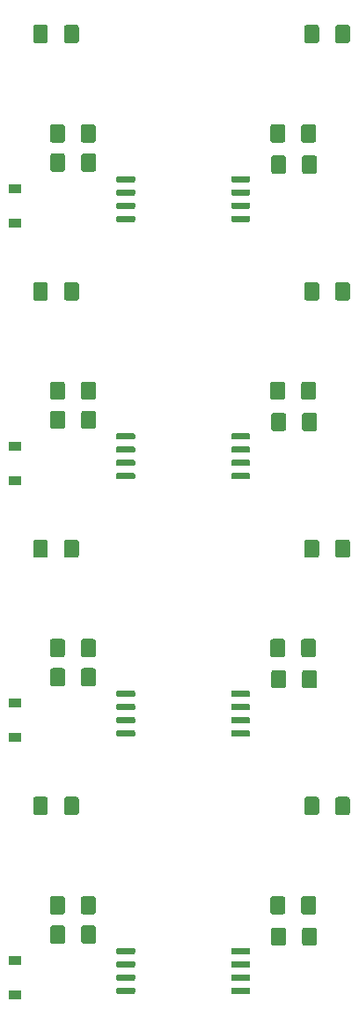
<source format=gbr>
G04 #@! TF.GenerationSoftware,KiCad,Pcbnew,(5.1.5)-3*
G04 #@! TF.CreationDate,2020-11-20T20:52:24+01:00*
G04 #@! TF.ProjectId,IsolationBarrier,49736f6c-6174-4696-9f6e-426172726965,rev?*
G04 #@! TF.SameCoordinates,Original*
G04 #@! TF.FileFunction,Paste,Top*
G04 #@! TF.FilePolarity,Positive*
%FSLAX46Y46*%
G04 Gerber Fmt 4.6, Leading zero omitted, Abs format (unit mm)*
G04 Created by KiCad (PCBNEW (5.1.5)-3) date 2020-11-20 20:52:24*
%MOMM*%
%LPD*%
G04 APERTURE LIST*
%ADD10C,0.100000*%
%ADD11R,1.200000X0.900000*%
G04 APERTURE END LIST*
D10*
G36*
X90708004Y-175010004D02*
G01*
X90732273Y-175013604D01*
X90756071Y-175019565D01*
X90779171Y-175027830D01*
X90801349Y-175038320D01*
X90822393Y-175050933D01*
X90842098Y-175065547D01*
X90860277Y-175082023D01*
X90876753Y-175100202D01*
X90891367Y-175119907D01*
X90903980Y-175140951D01*
X90914470Y-175163129D01*
X90922735Y-175186229D01*
X90928696Y-175210027D01*
X90932296Y-175234296D01*
X90933500Y-175258800D01*
X90933500Y-176508800D01*
X90932296Y-176533304D01*
X90928696Y-176557573D01*
X90922735Y-176581371D01*
X90914470Y-176604471D01*
X90903980Y-176626649D01*
X90891367Y-176647693D01*
X90876753Y-176667398D01*
X90860277Y-176685577D01*
X90842098Y-176702053D01*
X90822393Y-176716667D01*
X90801349Y-176729280D01*
X90779171Y-176739770D01*
X90756071Y-176748035D01*
X90732273Y-176753996D01*
X90708004Y-176757596D01*
X90683500Y-176758800D01*
X89758500Y-176758800D01*
X89733996Y-176757596D01*
X89709727Y-176753996D01*
X89685929Y-176748035D01*
X89662829Y-176739770D01*
X89640651Y-176729280D01*
X89619607Y-176716667D01*
X89599902Y-176702053D01*
X89581723Y-176685577D01*
X89565247Y-176667398D01*
X89550633Y-176647693D01*
X89538020Y-176626649D01*
X89527530Y-176604471D01*
X89519265Y-176581371D01*
X89513304Y-176557573D01*
X89509704Y-176533304D01*
X89508500Y-176508800D01*
X89508500Y-175258800D01*
X89509704Y-175234296D01*
X89513304Y-175210027D01*
X89519265Y-175186229D01*
X89527530Y-175163129D01*
X89538020Y-175140951D01*
X89550633Y-175119907D01*
X89565247Y-175100202D01*
X89581723Y-175082023D01*
X89599902Y-175065547D01*
X89619607Y-175050933D01*
X89640651Y-175038320D01*
X89662829Y-175027830D01*
X89685929Y-175019565D01*
X89709727Y-175013604D01*
X89733996Y-175010004D01*
X89758500Y-175008800D01*
X90683500Y-175008800D01*
X90708004Y-175010004D01*
G37*
G36*
X87733004Y-175010004D02*
G01*
X87757273Y-175013604D01*
X87781071Y-175019565D01*
X87804171Y-175027830D01*
X87826349Y-175038320D01*
X87847393Y-175050933D01*
X87867098Y-175065547D01*
X87885277Y-175082023D01*
X87901753Y-175100202D01*
X87916367Y-175119907D01*
X87928980Y-175140951D01*
X87939470Y-175163129D01*
X87947735Y-175186229D01*
X87953696Y-175210027D01*
X87957296Y-175234296D01*
X87958500Y-175258800D01*
X87958500Y-176508800D01*
X87957296Y-176533304D01*
X87953696Y-176557573D01*
X87947735Y-176581371D01*
X87939470Y-176604471D01*
X87928980Y-176626649D01*
X87916367Y-176647693D01*
X87901753Y-176667398D01*
X87885277Y-176685577D01*
X87867098Y-176702053D01*
X87847393Y-176716667D01*
X87826349Y-176729280D01*
X87804171Y-176739770D01*
X87781071Y-176748035D01*
X87757273Y-176753996D01*
X87733004Y-176757596D01*
X87708500Y-176758800D01*
X86783500Y-176758800D01*
X86758996Y-176757596D01*
X86734727Y-176753996D01*
X86710929Y-176748035D01*
X86687829Y-176739770D01*
X86665651Y-176729280D01*
X86644607Y-176716667D01*
X86624902Y-176702053D01*
X86606723Y-176685577D01*
X86590247Y-176667398D01*
X86575633Y-176647693D01*
X86563020Y-176626649D01*
X86552530Y-176604471D01*
X86544265Y-176581371D01*
X86538304Y-176557573D01*
X86534704Y-176533304D01*
X86533500Y-176508800D01*
X86533500Y-175258800D01*
X86534704Y-175234296D01*
X86538304Y-175210027D01*
X86544265Y-175186229D01*
X86552530Y-175163129D01*
X86563020Y-175140951D01*
X86575633Y-175119907D01*
X86590247Y-175100202D01*
X86606723Y-175082023D01*
X86624902Y-175065547D01*
X86644607Y-175050933D01*
X86665651Y-175038320D01*
X86687829Y-175027830D01*
X86710929Y-175019565D01*
X86734727Y-175013604D01*
X86758996Y-175010004D01*
X86783500Y-175008800D01*
X87708500Y-175008800D01*
X87733004Y-175010004D01*
G37*
G36*
X105610703Y-177179522D02*
G01*
X105625264Y-177181682D01*
X105639543Y-177185259D01*
X105653403Y-177190218D01*
X105666710Y-177196512D01*
X105679336Y-177204080D01*
X105691159Y-177212848D01*
X105702066Y-177222734D01*
X105711952Y-177233641D01*
X105720720Y-177245464D01*
X105728288Y-177258090D01*
X105734582Y-177271397D01*
X105739541Y-177285257D01*
X105743118Y-177299536D01*
X105745278Y-177314097D01*
X105746000Y-177328800D01*
X105746000Y-177628800D01*
X105745278Y-177643503D01*
X105743118Y-177658064D01*
X105739541Y-177672343D01*
X105734582Y-177686203D01*
X105728288Y-177699510D01*
X105720720Y-177712136D01*
X105711952Y-177723959D01*
X105702066Y-177734866D01*
X105691159Y-177744752D01*
X105679336Y-177753520D01*
X105666710Y-177761088D01*
X105653403Y-177767382D01*
X105639543Y-177772341D01*
X105625264Y-177775918D01*
X105610703Y-177778078D01*
X105596000Y-177778800D01*
X104096000Y-177778800D01*
X104081297Y-177778078D01*
X104066736Y-177775918D01*
X104052457Y-177772341D01*
X104038597Y-177767382D01*
X104025290Y-177761088D01*
X104012664Y-177753520D01*
X104000841Y-177744752D01*
X103989934Y-177734866D01*
X103980048Y-177723959D01*
X103971280Y-177712136D01*
X103963712Y-177699510D01*
X103957418Y-177686203D01*
X103952459Y-177672343D01*
X103948882Y-177658064D01*
X103946722Y-177643503D01*
X103946000Y-177628800D01*
X103946000Y-177328800D01*
X103946722Y-177314097D01*
X103948882Y-177299536D01*
X103952459Y-177285257D01*
X103957418Y-177271397D01*
X103963712Y-177258090D01*
X103971280Y-177245464D01*
X103980048Y-177233641D01*
X103989934Y-177222734D01*
X104000841Y-177212848D01*
X104012664Y-177204080D01*
X104025290Y-177196512D01*
X104038597Y-177190218D01*
X104052457Y-177185259D01*
X104066736Y-177181682D01*
X104081297Y-177179522D01*
X104096000Y-177178800D01*
X105596000Y-177178800D01*
X105610703Y-177179522D01*
G37*
G36*
X105610703Y-178449522D02*
G01*
X105625264Y-178451682D01*
X105639543Y-178455259D01*
X105653403Y-178460218D01*
X105666710Y-178466512D01*
X105679336Y-178474080D01*
X105691159Y-178482848D01*
X105702066Y-178492734D01*
X105711952Y-178503641D01*
X105720720Y-178515464D01*
X105728288Y-178528090D01*
X105734582Y-178541397D01*
X105739541Y-178555257D01*
X105743118Y-178569536D01*
X105745278Y-178584097D01*
X105746000Y-178598800D01*
X105746000Y-178898800D01*
X105745278Y-178913503D01*
X105743118Y-178928064D01*
X105739541Y-178942343D01*
X105734582Y-178956203D01*
X105728288Y-178969510D01*
X105720720Y-178982136D01*
X105711952Y-178993959D01*
X105702066Y-179004866D01*
X105691159Y-179014752D01*
X105679336Y-179023520D01*
X105666710Y-179031088D01*
X105653403Y-179037382D01*
X105639543Y-179042341D01*
X105625264Y-179045918D01*
X105610703Y-179048078D01*
X105596000Y-179048800D01*
X104096000Y-179048800D01*
X104081297Y-179048078D01*
X104066736Y-179045918D01*
X104052457Y-179042341D01*
X104038597Y-179037382D01*
X104025290Y-179031088D01*
X104012664Y-179023520D01*
X104000841Y-179014752D01*
X103989934Y-179004866D01*
X103980048Y-178993959D01*
X103971280Y-178982136D01*
X103963712Y-178969510D01*
X103957418Y-178956203D01*
X103952459Y-178942343D01*
X103948882Y-178928064D01*
X103946722Y-178913503D01*
X103946000Y-178898800D01*
X103946000Y-178598800D01*
X103946722Y-178584097D01*
X103948882Y-178569536D01*
X103952459Y-178555257D01*
X103957418Y-178541397D01*
X103963712Y-178528090D01*
X103971280Y-178515464D01*
X103980048Y-178503641D01*
X103989934Y-178492734D01*
X104000841Y-178482848D01*
X104012664Y-178474080D01*
X104025290Y-178466512D01*
X104038597Y-178460218D01*
X104052457Y-178455259D01*
X104066736Y-178451682D01*
X104081297Y-178449522D01*
X104096000Y-178448800D01*
X105596000Y-178448800D01*
X105610703Y-178449522D01*
G37*
G36*
X105610703Y-179719522D02*
G01*
X105625264Y-179721682D01*
X105639543Y-179725259D01*
X105653403Y-179730218D01*
X105666710Y-179736512D01*
X105679336Y-179744080D01*
X105691159Y-179752848D01*
X105702066Y-179762734D01*
X105711952Y-179773641D01*
X105720720Y-179785464D01*
X105728288Y-179798090D01*
X105734582Y-179811397D01*
X105739541Y-179825257D01*
X105743118Y-179839536D01*
X105745278Y-179854097D01*
X105746000Y-179868800D01*
X105746000Y-180168800D01*
X105745278Y-180183503D01*
X105743118Y-180198064D01*
X105739541Y-180212343D01*
X105734582Y-180226203D01*
X105728288Y-180239510D01*
X105720720Y-180252136D01*
X105711952Y-180263959D01*
X105702066Y-180274866D01*
X105691159Y-180284752D01*
X105679336Y-180293520D01*
X105666710Y-180301088D01*
X105653403Y-180307382D01*
X105639543Y-180312341D01*
X105625264Y-180315918D01*
X105610703Y-180318078D01*
X105596000Y-180318800D01*
X104096000Y-180318800D01*
X104081297Y-180318078D01*
X104066736Y-180315918D01*
X104052457Y-180312341D01*
X104038597Y-180307382D01*
X104025290Y-180301088D01*
X104012664Y-180293520D01*
X104000841Y-180284752D01*
X103989934Y-180274866D01*
X103980048Y-180263959D01*
X103971280Y-180252136D01*
X103963712Y-180239510D01*
X103957418Y-180226203D01*
X103952459Y-180212343D01*
X103948882Y-180198064D01*
X103946722Y-180183503D01*
X103946000Y-180168800D01*
X103946000Y-179868800D01*
X103946722Y-179854097D01*
X103948882Y-179839536D01*
X103952459Y-179825257D01*
X103957418Y-179811397D01*
X103963712Y-179798090D01*
X103971280Y-179785464D01*
X103980048Y-179773641D01*
X103989934Y-179762734D01*
X104000841Y-179752848D01*
X104012664Y-179744080D01*
X104025290Y-179736512D01*
X104038597Y-179730218D01*
X104052457Y-179725259D01*
X104066736Y-179721682D01*
X104081297Y-179719522D01*
X104096000Y-179718800D01*
X105596000Y-179718800D01*
X105610703Y-179719522D01*
G37*
G36*
X105610703Y-180989522D02*
G01*
X105625264Y-180991682D01*
X105639543Y-180995259D01*
X105653403Y-181000218D01*
X105666710Y-181006512D01*
X105679336Y-181014080D01*
X105691159Y-181022848D01*
X105702066Y-181032734D01*
X105711952Y-181043641D01*
X105720720Y-181055464D01*
X105728288Y-181068090D01*
X105734582Y-181081397D01*
X105739541Y-181095257D01*
X105743118Y-181109536D01*
X105745278Y-181124097D01*
X105746000Y-181138800D01*
X105746000Y-181438800D01*
X105745278Y-181453503D01*
X105743118Y-181468064D01*
X105739541Y-181482343D01*
X105734582Y-181496203D01*
X105728288Y-181509510D01*
X105720720Y-181522136D01*
X105711952Y-181533959D01*
X105702066Y-181544866D01*
X105691159Y-181554752D01*
X105679336Y-181563520D01*
X105666710Y-181571088D01*
X105653403Y-181577382D01*
X105639543Y-181582341D01*
X105625264Y-181585918D01*
X105610703Y-181588078D01*
X105596000Y-181588800D01*
X104096000Y-181588800D01*
X104081297Y-181588078D01*
X104066736Y-181585918D01*
X104052457Y-181582341D01*
X104038597Y-181577382D01*
X104025290Y-181571088D01*
X104012664Y-181563520D01*
X104000841Y-181554752D01*
X103989934Y-181544866D01*
X103980048Y-181533959D01*
X103971280Y-181522136D01*
X103963712Y-181509510D01*
X103957418Y-181496203D01*
X103952459Y-181482343D01*
X103948882Y-181468064D01*
X103946722Y-181453503D01*
X103946000Y-181438800D01*
X103946000Y-181138800D01*
X103946722Y-181124097D01*
X103948882Y-181109536D01*
X103952459Y-181095257D01*
X103957418Y-181081397D01*
X103963712Y-181068090D01*
X103971280Y-181055464D01*
X103980048Y-181043641D01*
X103989934Y-181032734D01*
X104000841Y-181022848D01*
X104012664Y-181014080D01*
X104025290Y-181006512D01*
X104038597Y-181000218D01*
X104052457Y-180995259D01*
X104066736Y-180991682D01*
X104081297Y-180989522D01*
X104096000Y-180988800D01*
X105596000Y-180988800D01*
X105610703Y-180989522D01*
G37*
G36*
X94560703Y-180989522D02*
G01*
X94575264Y-180991682D01*
X94589543Y-180995259D01*
X94603403Y-181000218D01*
X94616710Y-181006512D01*
X94629336Y-181014080D01*
X94641159Y-181022848D01*
X94652066Y-181032734D01*
X94661952Y-181043641D01*
X94670720Y-181055464D01*
X94678288Y-181068090D01*
X94684582Y-181081397D01*
X94689541Y-181095257D01*
X94693118Y-181109536D01*
X94695278Y-181124097D01*
X94696000Y-181138800D01*
X94696000Y-181438800D01*
X94695278Y-181453503D01*
X94693118Y-181468064D01*
X94689541Y-181482343D01*
X94684582Y-181496203D01*
X94678288Y-181509510D01*
X94670720Y-181522136D01*
X94661952Y-181533959D01*
X94652066Y-181544866D01*
X94641159Y-181554752D01*
X94629336Y-181563520D01*
X94616710Y-181571088D01*
X94603403Y-181577382D01*
X94589543Y-181582341D01*
X94575264Y-181585918D01*
X94560703Y-181588078D01*
X94546000Y-181588800D01*
X93046000Y-181588800D01*
X93031297Y-181588078D01*
X93016736Y-181585918D01*
X93002457Y-181582341D01*
X92988597Y-181577382D01*
X92975290Y-181571088D01*
X92962664Y-181563520D01*
X92950841Y-181554752D01*
X92939934Y-181544866D01*
X92930048Y-181533959D01*
X92921280Y-181522136D01*
X92913712Y-181509510D01*
X92907418Y-181496203D01*
X92902459Y-181482343D01*
X92898882Y-181468064D01*
X92896722Y-181453503D01*
X92896000Y-181438800D01*
X92896000Y-181138800D01*
X92896722Y-181124097D01*
X92898882Y-181109536D01*
X92902459Y-181095257D01*
X92907418Y-181081397D01*
X92913712Y-181068090D01*
X92921280Y-181055464D01*
X92930048Y-181043641D01*
X92939934Y-181032734D01*
X92950841Y-181022848D01*
X92962664Y-181014080D01*
X92975290Y-181006512D01*
X92988597Y-181000218D01*
X93002457Y-180995259D01*
X93016736Y-180991682D01*
X93031297Y-180989522D01*
X93046000Y-180988800D01*
X94546000Y-180988800D01*
X94560703Y-180989522D01*
G37*
G36*
X94560703Y-179719522D02*
G01*
X94575264Y-179721682D01*
X94589543Y-179725259D01*
X94603403Y-179730218D01*
X94616710Y-179736512D01*
X94629336Y-179744080D01*
X94641159Y-179752848D01*
X94652066Y-179762734D01*
X94661952Y-179773641D01*
X94670720Y-179785464D01*
X94678288Y-179798090D01*
X94684582Y-179811397D01*
X94689541Y-179825257D01*
X94693118Y-179839536D01*
X94695278Y-179854097D01*
X94696000Y-179868800D01*
X94696000Y-180168800D01*
X94695278Y-180183503D01*
X94693118Y-180198064D01*
X94689541Y-180212343D01*
X94684582Y-180226203D01*
X94678288Y-180239510D01*
X94670720Y-180252136D01*
X94661952Y-180263959D01*
X94652066Y-180274866D01*
X94641159Y-180284752D01*
X94629336Y-180293520D01*
X94616710Y-180301088D01*
X94603403Y-180307382D01*
X94589543Y-180312341D01*
X94575264Y-180315918D01*
X94560703Y-180318078D01*
X94546000Y-180318800D01*
X93046000Y-180318800D01*
X93031297Y-180318078D01*
X93016736Y-180315918D01*
X93002457Y-180312341D01*
X92988597Y-180307382D01*
X92975290Y-180301088D01*
X92962664Y-180293520D01*
X92950841Y-180284752D01*
X92939934Y-180274866D01*
X92930048Y-180263959D01*
X92921280Y-180252136D01*
X92913712Y-180239510D01*
X92907418Y-180226203D01*
X92902459Y-180212343D01*
X92898882Y-180198064D01*
X92896722Y-180183503D01*
X92896000Y-180168800D01*
X92896000Y-179868800D01*
X92896722Y-179854097D01*
X92898882Y-179839536D01*
X92902459Y-179825257D01*
X92907418Y-179811397D01*
X92913712Y-179798090D01*
X92921280Y-179785464D01*
X92930048Y-179773641D01*
X92939934Y-179762734D01*
X92950841Y-179752848D01*
X92962664Y-179744080D01*
X92975290Y-179736512D01*
X92988597Y-179730218D01*
X93002457Y-179725259D01*
X93016736Y-179721682D01*
X93031297Y-179719522D01*
X93046000Y-179718800D01*
X94546000Y-179718800D01*
X94560703Y-179719522D01*
G37*
G36*
X94560703Y-178449522D02*
G01*
X94575264Y-178451682D01*
X94589543Y-178455259D01*
X94603403Y-178460218D01*
X94616710Y-178466512D01*
X94629336Y-178474080D01*
X94641159Y-178482848D01*
X94652066Y-178492734D01*
X94661952Y-178503641D01*
X94670720Y-178515464D01*
X94678288Y-178528090D01*
X94684582Y-178541397D01*
X94689541Y-178555257D01*
X94693118Y-178569536D01*
X94695278Y-178584097D01*
X94696000Y-178598800D01*
X94696000Y-178898800D01*
X94695278Y-178913503D01*
X94693118Y-178928064D01*
X94689541Y-178942343D01*
X94684582Y-178956203D01*
X94678288Y-178969510D01*
X94670720Y-178982136D01*
X94661952Y-178993959D01*
X94652066Y-179004866D01*
X94641159Y-179014752D01*
X94629336Y-179023520D01*
X94616710Y-179031088D01*
X94603403Y-179037382D01*
X94589543Y-179042341D01*
X94575264Y-179045918D01*
X94560703Y-179048078D01*
X94546000Y-179048800D01*
X93046000Y-179048800D01*
X93031297Y-179048078D01*
X93016736Y-179045918D01*
X93002457Y-179042341D01*
X92988597Y-179037382D01*
X92975290Y-179031088D01*
X92962664Y-179023520D01*
X92950841Y-179014752D01*
X92939934Y-179004866D01*
X92930048Y-178993959D01*
X92921280Y-178982136D01*
X92913712Y-178969510D01*
X92907418Y-178956203D01*
X92902459Y-178942343D01*
X92898882Y-178928064D01*
X92896722Y-178913503D01*
X92896000Y-178898800D01*
X92896000Y-178598800D01*
X92896722Y-178584097D01*
X92898882Y-178569536D01*
X92902459Y-178555257D01*
X92907418Y-178541397D01*
X92913712Y-178528090D01*
X92921280Y-178515464D01*
X92930048Y-178503641D01*
X92939934Y-178492734D01*
X92950841Y-178482848D01*
X92962664Y-178474080D01*
X92975290Y-178466512D01*
X92988597Y-178460218D01*
X93002457Y-178455259D01*
X93016736Y-178451682D01*
X93031297Y-178449522D01*
X93046000Y-178448800D01*
X94546000Y-178448800D01*
X94560703Y-178449522D01*
G37*
G36*
X94560703Y-177179522D02*
G01*
X94575264Y-177181682D01*
X94589543Y-177185259D01*
X94603403Y-177190218D01*
X94616710Y-177196512D01*
X94629336Y-177204080D01*
X94641159Y-177212848D01*
X94652066Y-177222734D01*
X94661952Y-177233641D01*
X94670720Y-177245464D01*
X94678288Y-177258090D01*
X94684582Y-177271397D01*
X94689541Y-177285257D01*
X94693118Y-177299536D01*
X94695278Y-177314097D01*
X94696000Y-177328800D01*
X94696000Y-177628800D01*
X94695278Y-177643503D01*
X94693118Y-177658064D01*
X94689541Y-177672343D01*
X94684582Y-177686203D01*
X94678288Y-177699510D01*
X94670720Y-177712136D01*
X94661952Y-177723959D01*
X94652066Y-177734866D01*
X94641159Y-177744752D01*
X94629336Y-177753520D01*
X94616710Y-177761088D01*
X94603403Y-177767382D01*
X94589543Y-177772341D01*
X94575264Y-177775918D01*
X94560703Y-177778078D01*
X94546000Y-177778800D01*
X93046000Y-177778800D01*
X93031297Y-177778078D01*
X93016736Y-177775918D01*
X93002457Y-177772341D01*
X92988597Y-177767382D01*
X92975290Y-177761088D01*
X92962664Y-177753520D01*
X92950841Y-177744752D01*
X92939934Y-177734866D01*
X92930048Y-177723959D01*
X92921280Y-177712136D01*
X92913712Y-177699510D01*
X92907418Y-177686203D01*
X92902459Y-177672343D01*
X92898882Y-177658064D01*
X92896722Y-177643503D01*
X92896000Y-177628800D01*
X92896000Y-177328800D01*
X92896722Y-177314097D01*
X92898882Y-177299536D01*
X92902459Y-177285257D01*
X92907418Y-177271397D01*
X92913712Y-177258090D01*
X92921280Y-177245464D01*
X92930048Y-177233641D01*
X92939934Y-177222734D01*
X92950841Y-177212848D01*
X92962664Y-177204080D01*
X92975290Y-177196512D01*
X92988597Y-177190218D01*
X93002457Y-177185259D01*
X93016736Y-177181682D01*
X93031297Y-177179522D01*
X93046000Y-177178800D01*
X94546000Y-177178800D01*
X94560703Y-177179522D01*
G37*
G36*
X108992004Y-175210004D02*
G01*
X109016273Y-175213604D01*
X109040071Y-175219565D01*
X109063171Y-175227830D01*
X109085349Y-175238320D01*
X109106393Y-175250933D01*
X109126098Y-175265547D01*
X109144277Y-175282023D01*
X109160753Y-175300202D01*
X109175367Y-175319907D01*
X109187980Y-175340951D01*
X109198470Y-175363129D01*
X109206735Y-175386229D01*
X109212696Y-175410027D01*
X109216296Y-175434296D01*
X109217500Y-175458800D01*
X109217500Y-176708800D01*
X109216296Y-176733304D01*
X109212696Y-176757573D01*
X109206735Y-176781371D01*
X109198470Y-176804471D01*
X109187980Y-176826649D01*
X109175367Y-176847693D01*
X109160753Y-176867398D01*
X109144277Y-176885577D01*
X109126098Y-176902053D01*
X109106393Y-176916667D01*
X109085349Y-176929280D01*
X109063171Y-176939770D01*
X109040071Y-176948035D01*
X109016273Y-176953996D01*
X108992004Y-176957596D01*
X108967500Y-176958800D01*
X108042500Y-176958800D01*
X108017996Y-176957596D01*
X107993727Y-176953996D01*
X107969929Y-176948035D01*
X107946829Y-176939770D01*
X107924651Y-176929280D01*
X107903607Y-176916667D01*
X107883902Y-176902053D01*
X107865723Y-176885577D01*
X107849247Y-176867398D01*
X107834633Y-176847693D01*
X107822020Y-176826649D01*
X107811530Y-176804471D01*
X107803265Y-176781371D01*
X107797304Y-176757573D01*
X107793704Y-176733304D01*
X107792500Y-176708800D01*
X107792500Y-175458800D01*
X107793704Y-175434296D01*
X107797304Y-175410027D01*
X107803265Y-175386229D01*
X107811530Y-175363129D01*
X107822020Y-175340951D01*
X107834633Y-175319907D01*
X107849247Y-175300202D01*
X107865723Y-175282023D01*
X107883902Y-175265547D01*
X107903607Y-175250933D01*
X107924651Y-175238320D01*
X107946829Y-175227830D01*
X107969929Y-175219565D01*
X107993727Y-175213604D01*
X108017996Y-175210004D01*
X108042500Y-175208800D01*
X108967500Y-175208800D01*
X108992004Y-175210004D01*
G37*
G36*
X111967004Y-175210004D02*
G01*
X111991273Y-175213604D01*
X112015071Y-175219565D01*
X112038171Y-175227830D01*
X112060349Y-175238320D01*
X112081393Y-175250933D01*
X112101098Y-175265547D01*
X112119277Y-175282023D01*
X112135753Y-175300202D01*
X112150367Y-175319907D01*
X112162980Y-175340951D01*
X112173470Y-175363129D01*
X112181735Y-175386229D01*
X112187696Y-175410027D01*
X112191296Y-175434296D01*
X112192500Y-175458800D01*
X112192500Y-176708800D01*
X112191296Y-176733304D01*
X112187696Y-176757573D01*
X112181735Y-176781371D01*
X112173470Y-176804471D01*
X112162980Y-176826649D01*
X112150367Y-176847693D01*
X112135753Y-176867398D01*
X112119277Y-176885577D01*
X112101098Y-176902053D01*
X112081393Y-176916667D01*
X112060349Y-176929280D01*
X112038171Y-176939770D01*
X112015071Y-176948035D01*
X111991273Y-176953996D01*
X111967004Y-176957596D01*
X111942500Y-176958800D01*
X111017500Y-176958800D01*
X110992996Y-176957596D01*
X110968727Y-176953996D01*
X110944929Y-176948035D01*
X110921829Y-176939770D01*
X110899651Y-176929280D01*
X110878607Y-176916667D01*
X110858902Y-176902053D01*
X110840723Y-176885577D01*
X110824247Y-176867398D01*
X110809633Y-176847693D01*
X110797020Y-176826649D01*
X110786530Y-176804471D01*
X110778265Y-176781371D01*
X110772304Y-176757573D01*
X110768704Y-176733304D01*
X110767500Y-176708800D01*
X110767500Y-175458800D01*
X110768704Y-175434296D01*
X110772304Y-175410027D01*
X110778265Y-175386229D01*
X110786530Y-175363129D01*
X110797020Y-175340951D01*
X110809633Y-175319907D01*
X110824247Y-175300202D01*
X110840723Y-175282023D01*
X110858902Y-175265547D01*
X110878607Y-175250933D01*
X110899651Y-175238320D01*
X110921829Y-175227830D01*
X110944929Y-175219565D01*
X110968727Y-175213604D01*
X110992996Y-175210004D01*
X111017500Y-175208800D01*
X111942500Y-175208800D01*
X111967004Y-175210004D01*
G37*
D11*
X83121000Y-181683800D03*
X83121000Y-178383800D03*
D10*
G36*
X111879504Y-172210004D02*
G01*
X111903773Y-172213604D01*
X111927571Y-172219565D01*
X111950671Y-172227830D01*
X111972849Y-172238320D01*
X111993893Y-172250933D01*
X112013598Y-172265547D01*
X112031777Y-172282023D01*
X112048253Y-172300202D01*
X112062867Y-172319907D01*
X112075480Y-172340951D01*
X112085970Y-172363129D01*
X112094235Y-172386229D01*
X112100196Y-172410027D01*
X112103796Y-172434296D01*
X112105000Y-172458800D01*
X112105000Y-173708800D01*
X112103796Y-173733304D01*
X112100196Y-173757573D01*
X112094235Y-173781371D01*
X112085970Y-173804471D01*
X112075480Y-173826649D01*
X112062867Y-173847693D01*
X112048253Y-173867398D01*
X112031777Y-173885577D01*
X112013598Y-173902053D01*
X111993893Y-173916667D01*
X111972849Y-173929280D01*
X111950671Y-173939770D01*
X111927571Y-173948035D01*
X111903773Y-173953996D01*
X111879504Y-173957596D01*
X111855000Y-173958800D01*
X110930000Y-173958800D01*
X110905496Y-173957596D01*
X110881227Y-173953996D01*
X110857429Y-173948035D01*
X110834329Y-173939770D01*
X110812151Y-173929280D01*
X110791107Y-173916667D01*
X110771402Y-173902053D01*
X110753223Y-173885577D01*
X110736747Y-173867398D01*
X110722133Y-173847693D01*
X110709520Y-173826649D01*
X110699030Y-173804471D01*
X110690765Y-173781371D01*
X110684804Y-173757573D01*
X110681204Y-173733304D01*
X110680000Y-173708800D01*
X110680000Y-172458800D01*
X110681204Y-172434296D01*
X110684804Y-172410027D01*
X110690765Y-172386229D01*
X110699030Y-172363129D01*
X110709520Y-172340951D01*
X110722133Y-172319907D01*
X110736747Y-172300202D01*
X110753223Y-172282023D01*
X110771402Y-172265547D01*
X110791107Y-172250933D01*
X110812151Y-172238320D01*
X110834329Y-172227830D01*
X110857429Y-172219565D01*
X110881227Y-172213604D01*
X110905496Y-172210004D01*
X110930000Y-172208800D01*
X111855000Y-172208800D01*
X111879504Y-172210004D01*
G37*
G36*
X108904504Y-172210004D02*
G01*
X108928773Y-172213604D01*
X108952571Y-172219565D01*
X108975671Y-172227830D01*
X108997849Y-172238320D01*
X109018893Y-172250933D01*
X109038598Y-172265547D01*
X109056777Y-172282023D01*
X109073253Y-172300202D01*
X109087867Y-172319907D01*
X109100480Y-172340951D01*
X109110970Y-172363129D01*
X109119235Y-172386229D01*
X109125196Y-172410027D01*
X109128796Y-172434296D01*
X109130000Y-172458800D01*
X109130000Y-173708800D01*
X109128796Y-173733304D01*
X109125196Y-173757573D01*
X109119235Y-173781371D01*
X109110970Y-173804471D01*
X109100480Y-173826649D01*
X109087867Y-173847693D01*
X109073253Y-173867398D01*
X109056777Y-173885577D01*
X109038598Y-173902053D01*
X109018893Y-173916667D01*
X108997849Y-173929280D01*
X108975671Y-173939770D01*
X108952571Y-173948035D01*
X108928773Y-173953996D01*
X108904504Y-173957596D01*
X108880000Y-173958800D01*
X107955000Y-173958800D01*
X107930496Y-173957596D01*
X107906227Y-173953996D01*
X107882429Y-173948035D01*
X107859329Y-173939770D01*
X107837151Y-173929280D01*
X107816107Y-173916667D01*
X107796402Y-173902053D01*
X107778223Y-173885577D01*
X107761747Y-173867398D01*
X107747133Y-173847693D01*
X107734520Y-173826649D01*
X107724030Y-173804471D01*
X107715765Y-173781371D01*
X107709804Y-173757573D01*
X107706204Y-173733304D01*
X107705000Y-173708800D01*
X107705000Y-172458800D01*
X107706204Y-172434296D01*
X107709804Y-172410027D01*
X107715765Y-172386229D01*
X107724030Y-172363129D01*
X107734520Y-172340951D01*
X107747133Y-172319907D01*
X107761747Y-172300202D01*
X107778223Y-172282023D01*
X107796402Y-172265547D01*
X107816107Y-172250933D01*
X107837151Y-172238320D01*
X107859329Y-172227830D01*
X107882429Y-172219565D01*
X107906227Y-172213604D01*
X107930496Y-172210004D01*
X107955000Y-172208800D01*
X108880000Y-172208800D01*
X108904504Y-172210004D01*
G37*
G36*
X86080004Y-162670004D02*
G01*
X86104273Y-162673604D01*
X86128071Y-162679565D01*
X86151171Y-162687830D01*
X86173349Y-162698320D01*
X86194393Y-162710933D01*
X86214098Y-162725547D01*
X86232277Y-162742023D01*
X86248753Y-162760202D01*
X86263367Y-162779907D01*
X86275980Y-162800951D01*
X86286470Y-162823129D01*
X86294735Y-162846229D01*
X86300696Y-162870027D01*
X86304296Y-162894296D01*
X86305500Y-162918800D01*
X86305500Y-164168800D01*
X86304296Y-164193304D01*
X86300696Y-164217573D01*
X86294735Y-164241371D01*
X86286470Y-164264471D01*
X86275980Y-164286649D01*
X86263367Y-164307693D01*
X86248753Y-164327398D01*
X86232277Y-164345577D01*
X86214098Y-164362053D01*
X86194393Y-164376667D01*
X86173349Y-164389280D01*
X86151171Y-164399770D01*
X86128071Y-164408035D01*
X86104273Y-164413996D01*
X86080004Y-164417596D01*
X86055500Y-164418800D01*
X85130500Y-164418800D01*
X85105996Y-164417596D01*
X85081727Y-164413996D01*
X85057929Y-164408035D01*
X85034829Y-164399770D01*
X85012651Y-164389280D01*
X84991607Y-164376667D01*
X84971902Y-164362053D01*
X84953723Y-164345577D01*
X84937247Y-164327398D01*
X84922633Y-164307693D01*
X84910020Y-164286649D01*
X84899530Y-164264471D01*
X84891265Y-164241371D01*
X84885304Y-164217573D01*
X84881704Y-164193304D01*
X84880500Y-164168800D01*
X84880500Y-162918800D01*
X84881704Y-162894296D01*
X84885304Y-162870027D01*
X84891265Y-162846229D01*
X84899530Y-162823129D01*
X84910020Y-162800951D01*
X84922633Y-162779907D01*
X84937247Y-162760202D01*
X84953723Y-162742023D01*
X84971902Y-162725547D01*
X84991607Y-162710933D01*
X85012651Y-162698320D01*
X85034829Y-162687830D01*
X85057929Y-162679565D01*
X85081727Y-162673604D01*
X85105996Y-162670004D01*
X85130500Y-162668800D01*
X86055500Y-162668800D01*
X86080004Y-162670004D01*
G37*
G36*
X89055004Y-162670004D02*
G01*
X89079273Y-162673604D01*
X89103071Y-162679565D01*
X89126171Y-162687830D01*
X89148349Y-162698320D01*
X89169393Y-162710933D01*
X89189098Y-162725547D01*
X89207277Y-162742023D01*
X89223753Y-162760202D01*
X89238367Y-162779907D01*
X89250980Y-162800951D01*
X89261470Y-162823129D01*
X89269735Y-162846229D01*
X89275696Y-162870027D01*
X89279296Y-162894296D01*
X89280500Y-162918800D01*
X89280500Y-164168800D01*
X89279296Y-164193304D01*
X89275696Y-164217573D01*
X89269735Y-164241371D01*
X89261470Y-164264471D01*
X89250980Y-164286649D01*
X89238367Y-164307693D01*
X89223753Y-164327398D01*
X89207277Y-164345577D01*
X89189098Y-164362053D01*
X89169393Y-164376667D01*
X89148349Y-164389280D01*
X89126171Y-164399770D01*
X89103071Y-164408035D01*
X89079273Y-164413996D01*
X89055004Y-164417596D01*
X89030500Y-164418800D01*
X88105500Y-164418800D01*
X88080996Y-164417596D01*
X88056727Y-164413996D01*
X88032929Y-164408035D01*
X88009829Y-164399770D01*
X87987651Y-164389280D01*
X87966607Y-164376667D01*
X87946902Y-164362053D01*
X87928723Y-164345577D01*
X87912247Y-164327398D01*
X87897633Y-164307693D01*
X87885020Y-164286649D01*
X87874530Y-164264471D01*
X87866265Y-164241371D01*
X87860304Y-164217573D01*
X87856704Y-164193304D01*
X87855500Y-164168800D01*
X87855500Y-162918800D01*
X87856704Y-162894296D01*
X87860304Y-162870027D01*
X87866265Y-162846229D01*
X87874530Y-162823129D01*
X87885020Y-162800951D01*
X87897633Y-162779907D01*
X87912247Y-162760202D01*
X87928723Y-162742023D01*
X87946902Y-162725547D01*
X87966607Y-162710933D01*
X87987651Y-162698320D01*
X88009829Y-162687830D01*
X88032929Y-162679565D01*
X88056727Y-162673604D01*
X88080996Y-162670004D01*
X88105500Y-162668800D01*
X89030500Y-162668800D01*
X89055004Y-162670004D01*
G37*
G36*
X115144004Y-162670004D02*
G01*
X115168273Y-162673604D01*
X115192071Y-162679565D01*
X115215171Y-162687830D01*
X115237349Y-162698320D01*
X115258393Y-162710933D01*
X115278098Y-162725547D01*
X115296277Y-162742023D01*
X115312753Y-162760202D01*
X115327367Y-162779907D01*
X115339980Y-162800951D01*
X115350470Y-162823129D01*
X115358735Y-162846229D01*
X115364696Y-162870027D01*
X115368296Y-162894296D01*
X115369500Y-162918800D01*
X115369500Y-164168800D01*
X115368296Y-164193304D01*
X115364696Y-164217573D01*
X115358735Y-164241371D01*
X115350470Y-164264471D01*
X115339980Y-164286649D01*
X115327367Y-164307693D01*
X115312753Y-164327398D01*
X115296277Y-164345577D01*
X115278098Y-164362053D01*
X115258393Y-164376667D01*
X115237349Y-164389280D01*
X115215171Y-164399770D01*
X115192071Y-164408035D01*
X115168273Y-164413996D01*
X115144004Y-164417596D01*
X115119500Y-164418800D01*
X114194500Y-164418800D01*
X114169996Y-164417596D01*
X114145727Y-164413996D01*
X114121929Y-164408035D01*
X114098829Y-164399770D01*
X114076651Y-164389280D01*
X114055607Y-164376667D01*
X114035902Y-164362053D01*
X114017723Y-164345577D01*
X114001247Y-164327398D01*
X113986633Y-164307693D01*
X113974020Y-164286649D01*
X113963530Y-164264471D01*
X113955265Y-164241371D01*
X113949304Y-164217573D01*
X113945704Y-164193304D01*
X113944500Y-164168800D01*
X113944500Y-162918800D01*
X113945704Y-162894296D01*
X113949304Y-162870027D01*
X113955265Y-162846229D01*
X113963530Y-162823129D01*
X113974020Y-162800951D01*
X113986633Y-162779907D01*
X114001247Y-162760202D01*
X114017723Y-162742023D01*
X114035902Y-162725547D01*
X114055607Y-162710933D01*
X114076651Y-162698320D01*
X114098829Y-162687830D01*
X114121929Y-162679565D01*
X114145727Y-162673604D01*
X114169996Y-162670004D01*
X114194500Y-162668800D01*
X115119500Y-162668800D01*
X115144004Y-162670004D01*
G37*
G36*
X112169004Y-162670004D02*
G01*
X112193273Y-162673604D01*
X112217071Y-162679565D01*
X112240171Y-162687830D01*
X112262349Y-162698320D01*
X112283393Y-162710933D01*
X112303098Y-162725547D01*
X112321277Y-162742023D01*
X112337753Y-162760202D01*
X112352367Y-162779907D01*
X112364980Y-162800951D01*
X112375470Y-162823129D01*
X112383735Y-162846229D01*
X112389696Y-162870027D01*
X112393296Y-162894296D01*
X112394500Y-162918800D01*
X112394500Y-164168800D01*
X112393296Y-164193304D01*
X112389696Y-164217573D01*
X112383735Y-164241371D01*
X112375470Y-164264471D01*
X112364980Y-164286649D01*
X112352367Y-164307693D01*
X112337753Y-164327398D01*
X112321277Y-164345577D01*
X112303098Y-164362053D01*
X112283393Y-164376667D01*
X112262349Y-164389280D01*
X112240171Y-164399770D01*
X112217071Y-164408035D01*
X112193273Y-164413996D01*
X112169004Y-164417596D01*
X112144500Y-164418800D01*
X111219500Y-164418800D01*
X111194996Y-164417596D01*
X111170727Y-164413996D01*
X111146929Y-164408035D01*
X111123829Y-164399770D01*
X111101651Y-164389280D01*
X111080607Y-164376667D01*
X111060902Y-164362053D01*
X111042723Y-164345577D01*
X111026247Y-164327398D01*
X111011633Y-164307693D01*
X110999020Y-164286649D01*
X110988530Y-164264471D01*
X110980265Y-164241371D01*
X110974304Y-164217573D01*
X110970704Y-164193304D01*
X110969500Y-164168800D01*
X110969500Y-162918800D01*
X110970704Y-162894296D01*
X110974304Y-162870027D01*
X110980265Y-162846229D01*
X110988530Y-162823129D01*
X110999020Y-162800951D01*
X111011633Y-162779907D01*
X111026247Y-162760202D01*
X111042723Y-162742023D01*
X111060902Y-162725547D01*
X111080607Y-162710933D01*
X111101651Y-162698320D01*
X111123829Y-162687830D01*
X111146929Y-162679565D01*
X111170727Y-162673604D01*
X111194996Y-162670004D01*
X111219500Y-162668800D01*
X112144500Y-162668800D01*
X112169004Y-162670004D01*
G37*
G36*
X87708004Y-172210004D02*
G01*
X87732273Y-172213604D01*
X87756071Y-172219565D01*
X87779171Y-172227830D01*
X87801349Y-172238320D01*
X87822393Y-172250933D01*
X87842098Y-172265547D01*
X87860277Y-172282023D01*
X87876753Y-172300202D01*
X87891367Y-172319907D01*
X87903980Y-172340951D01*
X87914470Y-172363129D01*
X87922735Y-172386229D01*
X87928696Y-172410027D01*
X87932296Y-172434296D01*
X87933500Y-172458800D01*
X87933500Y-173708800D01*
X87932296Y-173733304D01*
X87928696Y-173757573D01*
X87922735Y-173781371D01*
X87914470Y-173804471D01*
X87903980Y-173826649D01*
X87891367Y-173847693D01*
X87876753Y-173867398D01*
X87860277Y-173885577D01*
X87842098Y-173902053D01*
X87822393Y-173916667D01*
X87801349Y-173929280D01*
X87779171Y-173939770D01*
X87756071Y-173948035D01*
X87732273Y-173953996D01*
X87708004Y-173957596D01*
X87683500Y-173958800D01*
X86758500Y-173958800D01*
X86733996Y-173957596D01*
X86709727Y-173953996D01*
X86685929Y-173948035D01*
X86662829Y-173939770D01*
X86640651Y-173929280D01*
X86619607Y-173916667D01*
X86599902Y-173902053D01*
X86581723Y-173885577D01*
X86565247Y-173867398D01*
X86550633Y-173847693D01*
X86538020Y-173826649D01*
X86527530Y-173804471D01*
X86519265Y-173781371D01*
X86513304Y-173757573D01*
X86509704Y-173733304D01*
X86508500Y-173708800D01*
X86508500Y-172458800D01*
X86509704Y-172434296D01*
X86513304Y-172410027D01*
X86519265Y-172386229D01*
X86527530Y-172363129D01*
X86538020Y-172340951D01*
X86550633Y-172319907D01*
X86565247Y-172300202D01*
X86581723Y-172282023D01*
X86599902Y-172265547D01*
X86619607Y-172250933D01*
X86640651Y-172238320D01*
X86662829Y-172227830D01*
X86685929Y-172219565D01*
X86709727Y-172213604D01*
X86733996Y-172210004D01*
X86758500Y-172208800D01*
X87683500Y-172208800D01*
X87708004Y-172210004D01*
G37*
G36*
X90683004Y-172210004D02*
G01*
X90707273Y-172213604D01*
X90731071Y-172219565D01*
X90754171Y-172227830D01*
X90776349Y-172238320D01*
X90797393Y-172250933D01*
X90817098Y-172265547D01*
X90835277Y-172282023D01*
X90851753Y-172300202D01*
X90866367Y-172319907D01*
X90878980Y-172340951D01*
X90889470Y-172363129D01*
X90897735Y-172386229D01*
X90903696Y-172410027D01*
X90907296Y-172434296D01*
X90908500Y-172458800D01*
X90908500Y-173708800D01*
X90907296Y-173733304D01*
X90903696Y-173757573D01*
X90897735Y-173781371D01*
X90889470Y-173804471D01*
X90878980Y-173826649D01*
X90866367Y-173847693D01*
X90851753Y-173867398D01*
X90835277Y-173885577D01*
X90817098Y-173902053D01*
X90797393Y-173916667D01*
X90776349Y-173929280D01*
X90754171Y-173939770D01*
X90731071Y-173948035D01*
X90707273Y-173953996D01*
X90683004Y-173957596D01*
X90658500Y-173958800D01*
X89733500Y-173958800D01*
X89708996Y-173957596D01*
X89684727Y-173953996D01*
X89660929Y-173948035D01*
X89637829Y-173939770D01*
X89615651Y-173929280D01*
X89594607Y-173916667D01*
X89574902Y-173902053D01*
X89556723Y-173885577D01*
X89540247Y-173867398D01*
X89525633Y-173847693D01*
X89513020Y-173826649D01*
X89502530Y-173804471D01*
X89494265Y-173781371D01*
X89488304Y-173757573D01*
X89484704Y-173733304D01*
X89483500Y-173708800D01*
X89483500Y-172458800D01*
X89484704Y-172434296D01*
X89488304Y-172410027D01*
X89494265Y-172386229D01*
X89502530Y-172363129D01*
X89513020Y-172340951D01*
X89525633Y-172319907D01*
X89540247Y-172300202D01*
X89556723Y-172282023D01*
X89574902Y-172265547D01*
X89594607Y-172250933D01*
X89615651Y-172238320D01*
X89637829Y-172227830D01*
X89660929Y-172219565D01*
X89684727Y-172213604D01*
X89708996Y-172210004D01*
X89733500Y-172208800D01*
X90658500Y-172208800D01*
X90683004Y-172210004D01*
G37*
G36*
X94560703Y-152479522D02*
G01*
X94575264Y-152481682D01*
X94589543Y-152485259D01*
X94603403Y-152490218D01*
X94616710Y-152496512D01*
X94629336Y-152504080D01*
X94641159Y-152512848D01*
X94652066Y-152522734D01*
X94661952Y-152533641D01*
X94670720Y-152545464D01*
X94678288Y-152558090D01*
X94684582Y-152571397D01*
X94689541Y-152585257D01*
X94693118Y-152599536D01*
X94695278Y-152614097D01*
X94696000Y-152628800D01*
X94696000Y-152928800D01*
X94695278Y-152943503D01*
X94693118Y-152958064D01*
X94689541Y-152972343D01*
X94684582Y-152986203D01*
X94678288Y-152999510D01*
X94670720Y-153012136D01*
X94661952Y-153023959D01*
X94652066Y-153034866D01*
X94641159Y-153044752D01*
X94629336Y-153053520D01*
X94616710Y-153061088D01*
X94603403Y-153067382D01*
X94589543Y-153072341D01*
X94575264Y-153075918D01*
X94560703Y-153078078D01*
X94546000Y-153078800D01*
X93046000Y-153078800D01*
X93031297Y-153078078D01*
X93016736Y-153075918D01*
X93002457Y-153072341D01*
X92988597Y-153067382D01*
X92975290Y-153061088D01*
X92962664Y-153053520D01*
X92950841Y-153044752D01*
X92939934Y-153034866D01*
X92930048Y-153023959D01*
X92921280Y-153012136D01*
X92913712Y-152999510D01*
X92907418Y-152986203D01*
X92902459Y-152972343D01*
X92898882Y-152958064D01*
X92896722Y-152943503D01*
X92896000Y-152928800D01*
X92896000Y-152628800D01*
X92896722Y-152614097D01*
X92898882Y-152599536D01*
X92902459Y-152585257D01*
X92907418Y-152571397D01*
X92913712Y-152558090D01*
X92921280Y-152545464D01*
X92930048Y-152533641D01*
X92939934Y-152522734D01*
X92950841Y-152512848D01*
X92962664Y-152504080D01*
X92975290Y-152496512D01*
X92988597Y-152490218D01*
X93002457Y-152485259D01*
X93016736Y-152481682D01*
X93031297Y-152479522D01*
X93046000Y-152478800D01*
X94546000Y-152478800D01*
X94560703Y-152479522D01*
G37*
G36*
X94560703Y-153749522D02*
G01*
X94575264Y-153751682D01*
X94589543Y-153755259D01*
X94603403Y-153760218D01*
X94616710Y-153766512D01*
X94629336Y-153774080D01*
X94641159Y-153782848D01*
X94652066Y-153792734D01*
X94661952Y-153803641D01*
X94670720Y-153815464D01*
X94678288Y-153828090D01*
X94684582Y-153841397D01*
X94689541Y-153855257D01*
X94693118Y-153869536D01*
X94695278Y-153884097D01*
X94696000Y-153898800D01*
X94696000Y-154198800D01*
X94695278Y-154213503D01*
X94693118Y-154228064D01*
X94689541Y-154242343D01*
X94684582Y-154256203D01*
X94678288Y-154269510D01*
X94670720Y-154282136D01*
X94661952Y-154293959D01*
X94652066Y-154304866D01*
X94641159Y-154314752D01*
X94629336Y-154323520D01*
X94616710Y-154331088D01*
X94603403Y-154337382D01*
X94589543Y-154342341D01*
X94575264Y-154345918D01*
X94560703Y-154348078D01*
X94546000Y-154348800D01*
X93046000Y-154348800D01*
X93031297Y-154348078D01*
X93016736Y-154345918D01*
X93002457Y-154342341D01*
X92988597Y-154337382D01*
X92975290Y-154331088D01*
X92962664Y-154323520D01*
X92950841Y-154314752D01*
X92939934Y-154304866D01*
X92930048Y-154293959D01*
X92921280Y-154282136D01*
X92913712Y-154269510D01*
X92907418Y-154256203D01*
X92902459Y-154242343D01*
X92898882Y-154228064D01*
X92896722Y-154213503D01*
X92896000Y-154198800D01*
X92896000Y-153898800D01*
X92896722Y-153884097D01*
X92898882Y-153869536D01*
X92902459Y-153855257D01*
X92907418Y-153841397D01*
X92913712Y-153828090D01*
X92921280Y-153815464D01*
X92930048Y-153803641D01*
X92939934Y-153792734D01*
X92950841Y-153782848D01*
X92962664Y-153774080D01*
X92975290Y-153766512D01*
X92988597Y-153760218D01*
X93002457Y-153755259D01*
X93016736Y-153751682D01*
X93031297Y-153749522D01*
X93046000Y-153748800D01*
X94546000Y-153748800D01*
X94560703Y-153749522D01*
G37*
G36*
X94560703Y-155019522D02*
G01*
X94575264Y-155021682D01*
X94589543Y-155025259D01*
X94603403Y-155030218D01*
X94616710Y-155036512D01*
X94629336Y-155044080D01*
X94641159Y-155052848D01*
X94652066Y-155062734D01*
X94661952Y-155073641D01*
X94670720Y-155085464D01*
X94678288Y-155098090D01*
X94684582Y-155111397D01*
X94689541Y-155125257D01*
X94693118Y-155139536D01*
X94695278Y-155154097D01*
X94696000Y-155168800D01*
X94696000Y-155468800D01*
X94695278Y-155483503D01*
X94693118Y-155498064D01*
X94689541Y-155512343D01*
X94684582Y-155526203D01*
X94678288Y-155539510D01*
X94670720Y-155552136D01*
X94661952Y-155563959D01*
X94652066Y-155574866D01*
X94641159Y-155584752D01*
X94629336Y-155593520D01*
X94616710Y-155601088D01*
X94603403Y-155607382D01*
X94589543Y-155612341D01*
X94575264Y-155615918D01*
X94560703Y-155618078D01*
X94546000Y-155618800D01*
X93046000Y-155618800D01*
X93031297Y-155618078D01*
X93016736Y-155615918D01*
X93002457Y-155612341D01*
X92988597Y-155607382D01*
X92975290Y-155601088D01*
X92962664Y-155593520D01*
X92950841Y-155584752D01*
X92939934Y-155574866D01*
X92930048Y-155563959D01*
X92921280Y-155552136D01*
X92913712Y-155539510D01*
X92907418Y-155526203D01*
X92902459Y-155512343D01*
X92898882Y-155498064D01*
X92896722Y-155483503D01*
X92896000Y-155468800D01*
X92896000Y-155168800D01*
X92896722Y-155154097D01*
X92898882Y-155139536D01*
X92902459Y-155125257D01*
X92907418Y-155111397D01*
X92913712Y-155098090D01*
X92921280Y-155085464D01*
X92930048Y-155073641D01*
X92939934Y-155062734D01*
X92950841Y-155052848D01*
X92962664Y-155044080D01*
X92975290Y-155036512D01*
X92988597Y-155030218D01*
X93002457Y-155025259D01*
X93016736Y-155021682D01*
X93031297Y-155019522D01*
X93046000Y-155018800D01*
X94546000Y-155018800D01*
X94560703Y-155019522D01*
G37*
G36*
X94560703Y-156289522D02*
G01*
X94575264Y-156291682D01*
X94589543Y-156295259D01*
X94603403Y-156300218D01*
X94616710Y-156306512D01*
X94629336Y-156314080D01*
X94641159Y-156322848D01*
X94652066Y-156332734D01*
X94661952Y-156343641D01*
X94670720Y-156355464D01*
X94678288Y-156368090D01*
X94684582Y-156381397D01*
X94689541Y-156395257D01*
X94693118Y-156409536D01*
X94695278Y-156424097D01*
X94696000Y-156438800D01*
X94696000Y-156738800D01*
X94695278Y-156753503D01*
X94693118Y-156768064D01*
X94689541Y-156782343D01*
X94684582Y-156796203D01*
X94678288Y-156809510D01*
X94670720Y-156822136D01*
X94661952Y-156833959D01*
X94652066Y-156844866D01*
X94641159Y-156854752D01*
X94629336Y-156863520D01*
X94616710Y-156871088D01*
X94603403Y-156877382D01*
X94589543Y-156882341D01*
X94575264Y-156885918D01*
X94560703Y-156888078D01*
X94546000Y-156888800D01*
X93046000Y-156888800D01*
X93031297Y-156888078D01*
X93016736Y-156885918D01*
X93002457Y-156882341D01*
X92988597Y-156877382D01*
X92975290Y-156871088D01*
X92962664Y-156863520D01*
X92950841Y-156854752D01*
X92939934Y-156844866D01*
X92930048Y-156833959D01*
X92921280Y-156822136D01*
X92913712Y-156809510D01*
X92907418Y-156796203D01*
X92902459Y-156782343D01*
X92898882Y-156768064D01*
X92896722Y-156753503D01*
X92896000Y-156738800D01*
X92896000Y-156438800D01*
X92896722Y-156424097D01*
X92898882Y-156409536D01*
X92902459Y-156395257D01*
X92907418Y-156381397D01*
X92913712Y-156368090D01*
X92921280Y-156355464D01*
X92930048Y-156343641D01*
X92939934Y-156332734D01*
X92950841Y-156322848D01*
X92962664Y-156314080D01*
X92975290Y-156306512D01*
X92988597Y-156300218D01*
X93002457Y-156295259D01*
X93016736Y-156291682D01*
X93031297Y-156289522D01*
X93046000Y-156288800D01*
X94546000Y-156288800D01*
X94560703Y-156289522D01*
G37*
G36*
X105610703Y-156289522D02*
G01*
X105625264Y-156291682D01*
X105639543Y-156295259D01*
X105653403Y-156300218D01*
X105666710Y-156306512D01*
X105679336Y-156314080D01*
X105691159Y-156322848D01*
X105702066Y-156332734D01*
X105711952Y-156343641D01*
X105720720Y-156355464D01*
X105728288Y-156368090D01*
X105734582Y-156381397D01*
X105739541Y-156395257D01*
X105743118Y-156409536D01*
X105745278Y-156424097D01*
X105746000Y-156438800D01*
X105746000Y-156738800D01*
X105745278Y-156753503D01*
X105743118Y-156768064D01*
X105739541Y-156782343D01*
X105734582Y-156796203D01*
X105728288Y-156809510D01*
X105720720Y-156822136D01*
X105711952Y-156833959D01*
X105702066Y-156844866D01*
X105691159Y-156854752D01*
X105679336Y-156863520D01*
X105666710Y-156871088D01*
X105653403Y-156877382D01*
X105639543Y-156882341D01*
X105625264Y-156885918D01*
X105610703Y-156888078D01*
X105596000Y-156888800D01*
X104096000Y-156888800D01*
X104081297Y-156888078D01*
X104066736Y-156885918D01*
X104052457Y-156882341D01*
X104038597Y-156877382D01*
X104025290Y-156871088D01*
X104012664Y-156863520D01*
X104000841Y-156854752D01*
X103989934Y-156844866D01*
X103980048Y-156833959D01*
X103971280Y-156822136D01*
X103963712Y-156809510D01*
X103957418Y-156796203D01*
X103952459Y-156782343D01*
X103948882Y-156768064D01*
X103946722Y-156753503D01*
X103946000Y-156738800D01*
X103946000Y-156438800D01*
X103946722Y-156424097D01*
X103948882Y-156409536D01*
X103952459Y-156395257D01*
X103957418Y-156381397D01*
X103963712Y-156368090D01*
X103971280Y-156355464D01*
X103980048Y-156343641D01*
X103989934Y-156332734D01*
X104000841Y-156322848D01*
X104012664Y-156314080D01*
X104025290Y-156306512D01*
X104038597Y-156300218D01*
X104052457Y-156295259D01*
X104066736Y-156291682D01*
X104081297Y-156289522D01*
X104096000Y-156288800D01*
X105596000Y-156288800D01*
X105610703Y-156289522D01*
G37*
G36*
X105610703Y-155019522D02*
G01*
X105625264Y-155021682D01*
X105639543Y-155025259D01*
X105653403Y-155030218D01*
X105666710Y-155036512D01*
X105679336Y-155044080D01*
X105691159Y-155052848D01*
X105702066Y-155062734D01*
X105711952Y-155073641D01*
X105720720Y-155085464D01*
X105728288Y-155098090D01*
X105734582Y-155111397D01*
X105739541Y-155125257D01*
X105743118Y-155139536D01*
X105745278Y-155154097D01*
X105746000Y-155168800D01*
X105746000Y-155468800D01*
X105745278Y-155483503D01*
X105743118Y-155498064D01*
X105739541Y-155512343D01*
X105734582Y-155526203D01*
X105728288Y-155539510D01*
X105720720Y-155552136D01*
X105711952Y-155563959D01*
X105702066Y-155574866D01*
X105691159Y-155584752D01*
X105679336Y-155593520D01*
X105666710Y-155601088D01*
X105653403Y-155607382D01*
X105639543Y-155612341D01*
X105625264Y-155615918D01*
X105610703Y-155618078D01*
X105596000Y-155618800D01*
X104096000Y-155618800D01*
X104081297Y-155618078D01*
X104066736Y-155615918D01*
X104052457Y-155612341D01*
X104038597Y-155607382D01*
X104025290Y-155601088D01*
X104012664Y-155593520D01*
X104000841Y-155584752D01*
X103989934Y-155574866D01*
X103980048Y-155563959D01*
X103971280Y-155552136D01*
X103963712Y-155539510D01*
X103957418Y-155526203D01*
X103952459Y-155512343D01*
X103948882Y-155498064D01*
X103946722Y-155483503D01*
X103946000Y-155468800D01*
X103946000Y-155168800D01*
X103946722Y-155154097D01*
X103948882Y-155139536D01*
X103952459Y-155125257D01*
X103957418Y-155111397D01*
X103963712Y-155098090D01*
X103971280Y-155085464D01*
X103980048Y-155073641D01*
X103989934Y-155062734D01*
X104000841Y-155052848D01*
X104012664Y-155044080D01*
X104025290Y-155036512D01*
X104038597Y-155030218D01*
X104052457Y-155025259D01*
X104066736Y-155021682D01*
X104081297Y-155019522D01*
X104096000Y-155018800D01*
X105596000Y-155018800D01*
X105610703Y-155019522D01*
G37*
G36*
X105610703Y-153749522D02*
G01*
X105625264Y-153751682D01*
X105639543Y-153755259D01*
X105653403Y-153760218D01*
X105666710Y-153766512D01*
X105679336Y-153774080D01*
X105691159Y-153782848D01*
X105702066Y-153792734D01*
X105711952Y-153803641D01*
X105720720Y-153815464D01*
X105728288Y-153828090D01*
X105734582Y-153841397D01*
X105739541Y-153855257D01*
X105743118Y-153869536D01*
X105745278Y-153884097D01*
X105746000Y-153898800D01*
X105746000Y-154198800D01*
X105745278Y-154213503D01*
X105743118Y-154228064D01*
X105739541Y-154242343D01*
X105734582Y-154256203D01*
X105728288Y-154269510D01*
X105720720Y-154282136D01*
X105711952Y-154293959D01*
X105702066Y-154304866D01*
X105691159Y-154314752D01*
X105679336Y-154323520D01*
X105666710Y-154331088D01*
X105653403Y-154337382D01*
X105639543Y-154342341D01*
X105625264Y-154345918D01*
X105610703Y-154348078D01*
X105596000Y-154348800D01*
X104096000Y-154348800D01*
X104081297Y-154348078D01*
X104066736Y-154345918D01*
X104052457Y-154342341D01*
X104038597Y-154337382D01*
X104025290Y-154331088D01*
X104012664Y-154323520D01*
X104000841Y-154314752D01*
X103989934Y-154304866D01*
X103980048Y-154293959D01*
X103971280Y-154282136D01*
X103963712Y-154269510D01*
X103957418Y-154256203D01*
X103952459Y-154242343D01*
X103948882Y-154228064D01*
X103946722Y-154213503D01*
X103946000Y-154198800D01*
X103946000Y-153898800D01*
X103946722Y-153884097D01*
X103948882Y-153869536D01*
X103952459Y-153855257D01*
X103957418Y-153841397D01*
X103963712Y-153828090D01*
X103971280Y-153815464D01*
X103980048Y-153803641D01*
X103989934Y-153792734D01*
X104000841Y-153782848D01*
X104012664Y-153774080D01*
X104025290Y-153766512D01*
X104038597Y-153760218D01*
X104052457Y-153755259D01*
X104066736Y-153751682D01*
X104081297Y-153749522D01*
X104096000Y-153748800D01*
X105596000Y-153748800D01*
X105610703Y-153749522D01*
G37*
G36*
X105610703Y-152479522D02*
G01*
X105625264Y-152481682D01*
X105639543Y-152485259D01*
X105653403Y-152490218D01*
X105666710Y-152496512D01*
X105679336Y-152504080D01*
X105691159Y-152512848D01*
X105702066Y-152522734D01*
X105711952Y-152533641D01*
X105720720Y-152545464D01*
X105728288Y-152558090D01*
X105734582Y-152571397D01*
X105739541Y-152585257D01*
X105743118Y-152599536D01*
X105745278Y-152614097D01*
X105746000Y-152628800D01*
X105746000Y-152928800D01*
X105745278Y-152943503D01*
X105743118Y-152958064D01*
X105739541Y-152972343D01*
X105734582Y-152986203D01*
X105728288Y-152999510D01*
X105720720Y-153012136D01*
X105711952Y-153023959D01*
X105702066Y-153034866D01*
X105691159Y-153044752D01*
X105679336Y-153053520D01*
X105666710Y-153061088D01*
X105653403Y-153067382D01*
X105639543Y-153072341D01*
X105625264Y-153075918D01*
X105610703Y-153078078D01*
X105596000Y-153078800D01*
X104096000Y-153078800D01*
X104081297Y-153078078D01*
X104066736Y-153075918D01*
X104052457Y-153072341D01*
X104038597Y-153067382D01*
X104025290Y-153061088D01*
X104012664Y-153053520D01*
X104000841Y-153044752D01*
X103989934Y-153034866D01*
X103980048Y-153023959D01*
X103971280Y-153012136D01*
X103963712Y-152999510D01*
X103957418Y-152986203D01*
X103952459Y-152972343D01*
X103948882Y-152958064D01*
X103946722Y-152943503D01*
X103946000Y-152928800D01*
X103946000Y-152628800D01*
X103946722Y-152614097D01*
X103948882Y-152599536D01*
X103952459Y-152585257D01*
X103957418Y-152571397D01*
X103963712Y-152558090D01*
X103971280Y-152545464D01*
X103980048Y-152533641D01*
X103989934Y-152522734D01*
X104000841Y-152512848D01*
X104012664Y-152504080D01*
X104025290Y-152496512D01*
X104038597Y-152490218D01*
X104052457Y-152485259D01*
X104066736Y-152481682D01*
X104081297Y-152479522D01*
X104096000Y-152478800D01*
X105596000Y-152478800D01*
X105610703Y-152479522D01*
G37*
G36*
X87733004Y-150310004D02*
G01*
X87757273Y-150313604D01*
X87781071Y-150319565D01*
X87804171Y-150327830D01*
X87826349Y-150338320D01*
X87847393Y-150350933D01*
X87867098Y-150365547D01*
X87885277Y-150382023D01*
X87901753Y-150400202D01*
X87916367Y-150419907D01*
X87928980Y-150440951D01*
X87939470Y-150463129D01*
X87947735Y-150486229D01*
X87953696Y-150510027D01*
X87957296Y-150534296D01*
X87958500Y-150558800D01*
X87958500Y-151808800D01*
X87957296Y-151833304D01*
X87953696Y-151857573D01*
X87947735Y-151881371D01*
X87939470Y-151904471D01*
X87928980Y-151926649D01*
X87916367Y-151947693D01*
X87901753Y-151967398D01*
X87885277Y-151985577D01*
X87867098Y-152002053D01*
X87847393Y-152016667D01*
X87826349Y-152029280D01*
X87804171Y-152039770D01*
X87781071Y-152048035D01*
X87757273Y-152053996D01*
X87733004Y-152057596D01*
X87708500Y-152058800D01*
X86783500Y-152058800D01*
X86758996Y-152057596D01*
X86734727Y-152053996D01*
X86710929Y-152048035D01*
X86687829Y-152039770D01*
X86665651Y-152029280D01*
X86644607Y-152016667D01*
X86624902Y-152002053D01*
X86606723Y-151985577D01*
X86590247Y-151967398D01*
X86575633Y-151947693D01*
X86563020Y-151926649D01*
X86552530Y-151904471D01*
X86544265Y-151881371D01*
X86538304Y-151857573D01*
X86534704Y-151833304D01*
X86533500Y-151808800D01*
X86533500Y-150558800D01*
X86534704Y-150534296D01*
X86538304Y-150510027D01*
X86544265Y-150486229D01*
X86552530Y-150463129D01*
X86563020Y-150440951D01*
X86575633Y-150419907D01*
X86590247Y-150400202D01*
X86606723Y-150382023D01*
X86624902Y-150365547D01*
X86644607Y-150350933D01*
X86665651Y-150338320D01*
X86687829Y-150327830D01*
X86710929Y-150319565D01*
X86734727Y-150313604D01*
X86758996Y-150310004D01*
X86783500Y-150308800D01*
X87708500Y-150308800D01*
X87733004Y-150310004D01*
G37*
G36*
X90708004Y-150310004D02*
G01*
X90732273Y-150313604D01*
X90756071Y-150319565D01*
X90779171Y-150327830D01*
X90801349Y-150338320D01*
X90822393Y-150350933D01*
X90842098Y-150365547D01*
X90860277Y-150382023D01*
X90876753Y-150400202D01*
X90891367Y-150419907D01*
X90903980Y-150440951D01*
X90914470Y-150463129D01*
X90922735Y-150486229D01*
X90928696Y-150510027D01*
X90932296Y-150534296D01*
X90933500Y-150558800D01*
X90933500Y-151808800D01*
X90932296Y-151833304D01*
X90928696Y-151857573D01*
X90922735Y-151881371D01*
X90914470Y-151904471D01*
X90903980Y-151926649D01*
X90891367Y-151947693D01*
X90876753Y-151967398D01*
X90860277Y-151985577D01*
X90842098Y-152002053D01*
X90822393Y-152016667D01*
X90801349Y-152029280D01*
X90779171Y-152039770D01*
X90756071Y-152048035D01*
X90732273Y-152053996D01*
X90708004Y-152057596D01*
X90683500Y-152058800D01*
X89758500Y-152058800D01*
X89733996Y-152057596D01*
X89709727Y-152053996D01*
X89685929Y-152048035D01*
X89662829Y-152039770D01*
X89640651Y-152029280D01*
X89619607Y-152016667D01*
X89599902Y-152002053D01*
X89581723Y-151985577D01*
X89565247Y-151967398D01*
X89550633Y-151947693D01*
X89538020Y-151926649D01*
X89527530Y-151904471D01*
X89519265Y-151881371D01*
X89513304Y-151857573D01*
X89509704Y-151833304D01*
X89508500Y-151808800D01*
X89508500Y-150558800D01*
X89509704Y-150534296D01*
X89513304Y-150510027D01*
X89519265Y-150486229D01*
X89527530Y-150463129D01*
X89538020Y-150440951D01*
X89550633Y-150419907D01*
X89565247Y-150400202D01*
X89581723Y-150382023D01*
X89599902Y-150365547D01*
X89619607Y-150350933D01*
X89640651Y-150338320D01*
X89662829Y-150327830D01*
X89685929Y-150319565D01*
X89709727Y-150313604D01*
X89733996Y-150310004D01*
X89758500Y-150308800D01*
X90683500Y-150308800D01*
X90708004Y-150310004D01*
G37*
G36*
X111967004Y-150510004D02*
G01*
X111991273Y-150513604D01*
X112015071Y-150519565D01*
X112038171Y-150527830D01*
X112060349Y-150538320D01*
X112081393Y-150550933D01*
X112101098Y-150565547D01*
X112119277Y-150582023D01*
X112135753Y-150600202D01*
X112150367Y-150619907D01*
X112162980Y-150640951D01*
X112173470Y-150663129D01*
X112181735Y-150686229D01*
X112187696Y-150710027D01*
X112191296Y-150734296D01*
X112192500Y-150758800D01*
X112192500Y-152008800D01*
X112191296Y-152033304D01*
X112187696Y-152057573D01*
X112181735Y-152081371D01*
X112173470Y-152104471D01*
X112162980Y-152126649D01*
X112150367Y-152147693D01*
X112135753Y-152167398D01*
X112119277Y-152185577D01*
X112101098Y-152202053D01*
X112081393Y-152216667D01*
X112060349Y-152229280D01*
X112038171Y-152239770D01*
X112015071Y-152248035D01*
X111991273Y-152253996D01*
X111967004Y-152257596D01*
X111942500Y-152258800D01*
X111017500Y-152258800D01*
X110992996Y-152257596D01*
X110968727Y-152253996D01*
X110944929Y-152248035D01*
X110921829Y-152239770D01*
X110899651Y-152229280D01*
X110878607Y-152216667D01*
X110858902Y-152202053D01*
X110840723Y-152185577D01*
X110824247Y-152167398D01*
X110809633Y-152147693D01*
X110797020Y-152126649D01*
X110786530Y-152104471D01*
X110778265Y-152081371D01*
X110772304Y-152057573D01*
X110768704Y-152033304D01*
X110767500Y-152008800D01*
X110767500Y-150758800D01*
X110768704Y-150734296D01*
X110772304Y-150710027D01*
X110778265Y-150686229D01*
X110786530Y-150663129D01*
X110797020Y-150640951D01*
X110809633Y-150619907D01*
X110824247Y-150600202D01*
X110840723Y-150582023D01*
X110858902Y-150565547D01*
X110878607Y-150550933D01*
X110899651Y-150538320D01*
X110921829Y-150527830D01*
X110944929Y-150519565D01*
X110968727Y-150513604D01*
X110992996Y-150510004D01*
X111017500Y-150508800D01*
X111942500Y-150508800D01*
X111967004Y-150510004D01*
G37*
G36*
X108992004Y-150510004D02*
G01*
X109016273Y-150513604D01*
X109040071Y-150519565D01*
X109063171Y-150527830D01*
X109085349Y-150538320D01*
X109106393Y-150550933D01*
X109126098Y-150565547D01*
X109144277Y-150582023D01*
X109160753Y-150600202D01*
X109175367Y-150619907D01*
X109187980Y-150640951D01*
X109198470Y-150663129D01*
X109206735Y-150686229D01*
X109212696Y-150710027D01*
X109216296Y-150734296D01*
X109217500Y-150758800D01*
X109217500Y-152008800D01*
X109216296Y-152033304D01*
X109212696Y-152057573D01*
X109206735Y-152081371D01*
X109198470Y-152104471D01*
X109187980Y-152126649D01*
X109175367Y-152147693D01*
X109160753Y-152167398D01*
X109144277Y-152185577D01*
X109126098Y-152202053D01*
X109106393Y-152216667D01*
X109085349Y-152229280D01*
X109063171Y-152239770D01*
X109040071Y-152248035D01*
X109016273Y-152253996D01*
X108992004Y-152257596D01*
X108967500Y-152258800D01*
X108042500Y-152258800D01*
X108017996Y-152257596D01*
X107993727Y-152253996D01*
X107969929Y-152248035D01*
X107946829Y-152239770D01*
X107924651Y-152229280D01*
X107903607Y-152216667D01*
X107883902Y-152202053D01*
X107865723Y-152185577D01*
X107849247Y-152167398D01*
X107834633Y-152147693D01*
X107822020Y-152126649D01*
X107811530Y-152104471D01*
X107803265Y-152081371D01*
X107797304Y-152057573D01*
X107793704Y-152033304D01*
X107792500Y-152008800D01*
X107792500Y-150758800D01*
X107793704Y-150734296D01*
X107797304Y-150710027D01*
X107803265Y-150686229D01*
X107811530Y-150663129D01*
X107822020Y-150640951D01*
X107834633Y-150619907D01*
X107849247Y-150600202D01*
X107865723Y-150582023D01*
X107883902Y-150565547D01*
X107903607Y-150550933D01*
X107924651Y-150538320D01*
X107946829Y-150527830D01*
X107969929Y-150519565D01*
X107993727Y-150513604D01*
X108017996Y-150510004D01*
X108042500Y-150508800D01*
X108967500Y-150508800D01*
X108992004Y-150510004D01*
G37*
G36*
X90683004Y-147510004D02*
G01*
X90707273Y-147513604D01*
X90731071Y-147519565D01*
X90754171Y-147527830D01*
X90776349Y-147538320D01*
X90797393Y-147550933D01*
X90817098Y-147565547D01*
X90835277Y-147582023D01*
X90851753Y-147600202D01*
X90866367Y-147619907D01*
X90878980Y-147640951D01*
X90889470Y-147663129D01*
X90897735Y-147686229D01*
X90903696Y-147710027D01*
X90907296Y-147734296D01*
X90908500Y-147758800D01*
X90908500Y-149008800D01*
X90907296Y-149033304D01*
X90903696Y-149057573D01*
X90897735Y-149081371D01*
X90889470Y-149104471D01*
X90878980Y-149126649D01*
X90866367Y-149147693D01*
X90851753Y-149167398D01*
X90835277Y-149185577D01*
X90817098Y-149202053D01*
X90797393Y-149216667D01*
X90776349Y-149229280D01*
X90754171Y-149239770D01*
X90731071Y-149248035D01*
X90707273Y-149253996D01*
X90683004Y-149257596D01*
X90658500Y-149258800D01*
X89733500Y-149258800D01*
X89708996Y-149257596D01*
X89684727Y-149253996D01*
X89660929Y-149248035D01*
X89637829Y-149239770D01*
X89615651Y-149229280D01*
X89594607Y-149216667D01*
X89574902Y-149202053D01*
X89556723Y-149185577D01*
X89540247Y-149167398D01*
X89525633Y-149147693D01*
X89513020Y-149126649D01*
X89502530Y-149104471D01*
X89494265Y-149081371D01*
X89488304Y-149057573D01*
X89484704Y-149033304D01*
X89483500Y-149008800D01*
X89483500Y-147758800D01*
X89484704Y-147734296D01*
X89488304Y-147710027D01*
X89494265Y-147686229D01*
X89502530Y-147663129D01*
X89513020Y-147640951D01*
X89525633Y-147619907D01*
X89540247Y-147600202D01*
X89556723Y-147582023D01*
X89574902Y-147565547D01*
X89594607Y-147550933D01*
X89615651Y-147538320D01*
X89637829Y-147527830D01*
X89660929Y-147519565D01*
X89684727Y-147513604D01*
X89708996Y-147510004D01*
X89733500Y-147508800D01*
X90658500Y-147508800D01*
X90683004Y-147510004D01*
G37*
G36*
X87708004Y-147510004D02*
G01*
X87732273Y-147513604D01*
X87756071Y-147519565D01*
X87779171Y-147527830D01*
X87801349Y-147538320D01*
X87822393Y-147550933D01*
X87842098Y-147565547D01*
X87860277Y-147582023D01*
X87876753Y-147600202D01*
X87891367Y-147619907D01*
X87903980Y-147640951D01*
X87914470Y-147663129D01*
X87922735Y-147686229D01*
X87928696Y-147710027D01*
X87932296Y-147734296D01*
X87933500Y-147758800D01*
X87933500Y-149008800D01*
X87932296Y-149033304D01*
X87928696Y-149057573D01*
X87922735Y-149081371D01*
X87914470Y-149104471D01*
X87903980Y-149126649D01*
X87891367Y-149147693D01*
X87876753Y-149167398D01*
X87860277Y-149185577D01*
X87842098Y-149202053D01*
X87822393Y-149216667D01*
X87801349Y-149229280D01*
X87779171Y-149239770D01*
X87756071Y-149248035D01*
X87732273Y-149253996D01*
X87708004Y-149257596D01*
X87683500Y-149258800D01*
X86758500Y-149258800D01*
X86733996Y-149257596D01*
X86709727Y-149253996D01*
X86685929Y-149248035D01*
X86662829Y-149239770D01*
X86640651Y-149229280D01*
X86619607Y-149216667D01*
X86599902Y-149202053D01*
X86581723Y-149185577D01*
X86565247Y-149167398D01*
X86550633Y-149147693D01*
X86538020Y-149126649D01*
X86527530Y-149104471D01*
X86519265Y-149081371D01*
X86513304Y-149057573D01*
X86509704Y-149033304D01*
X86508500Y-149008800D01*
X86508500Y-147758800D01*
X86509704Y-147734296D01*
X86513304Y-147710027D01*
X86519265Y-147686229D01*
X86527530Y-147663129D01*
X86538020Y-147640951D01*
X86550633Y-147619907D01*
X86565247Y-147600202D01*
X86581723Y-147582023D01*
X86599902Y-147565547D01*
X86619607Y-147550933D01*
X86640651Y-147538320D01*
X86662829Y-147527830D01*
X86685929Y-147519565D01*
X86709727Y-147513604D01*
X86733996Y-147510004D01*
X86758500Y-147508800D01*
X87683500Y-147508800D01*
X87708004Y-147510004D01*
G37*
G36*
X108904504Y-147510004D02*
G01*
X108928773Y-147513604D01*
X108952571Y-147519565D01*
X108975671Y-147527830D01*
X108997849Y-147538320D01*
X109018893Y-147550933D01*
X109038598Y-147565547D01*
X109056777Y-147582023D01*
X109073253Y-147600202D01*
X109087867Y-147619907D01*
X109100480Y-147640951D01*
X109110970Y-147663129D01*
X109119235Y-147686229D01*
X109125196Y-147710027D01*
X109128796Y-147734296D01*
X109130000Y-147758800D01*
X109130000Y-149008800D01*
X109128796Y-149033304D01*
X109125196Y-149057573D01*
X109119235Y-149081371D01*
X109110970Y-149104471D01*
X109100480Y-149126649D01*
X109087867Y-149147693D01*
X109073253Y-149167398D01*
X109056777Y-149185577D01*
X109038598Y-149202053D01*
X109018893Y-149216667D01*
X108997849Y-149229280D01*
X108975671Y-149239770D01*
X108952571Y-149248035D01*
X108928773Y-149253996D01*
X108904504Y-149257596D01*
X108880000Y-149258800D01*
X107955000Y-149258800D01*
X107930496Y-149257596D01*
X107906227Y-149253996D01*
X107882429Y-149248035D01*
X107859329Y-149239770D01*
X107837151Y-149229280D01*
X107816107Y-149216667D01*
X107796402Y-149202053D01*
X107778223Y-149185577D01*
X107761747Y-149167398D01*
X107747133Y-149147693D01*
X107734520Y-149126649D01*
X107724030Y-149104471D01*
X107715765Y-149081371D01*
X107709804Y-149057573D01*
X107706204Y-149033304D01*
X107705000Y-149008800D01*
X107705000Y-147758800D01*
X107706204Y-147734296D01*
X107709804Y-147710027D01*
X107715765Y-147686229D01*
X107724030Y-147663129D01*
X107734520Y-147640951D01*
X107747133Y-147619907D01*
X107761747Y-147600202D01*
X107778223Y-147582023D01*
X107796402Y-147565547D01*
X107816107Y-147550933D01*
X107837151Y-147538320D01*
X107859329Y-147527830D01*
X107882429Y-147519565D01*
X107906227Y-147513604D01*
X107930496Y-147510004D01*
X107955000Y-147508800D01*
X108880000Y-147508800D01*
X108904504Y-147510004D01*
G37*
G36*
X111879504Y-147510004D02*
G01*
X111903773Y-147513604D01*
X111927571Y-147519565D01*
X111950671Y-147527830D01*
X111972849Y-147538320D01*
X111993893Y-147550933D01*
X112013598Y-147565547D01*
X112031777Y-147582023D01*
X112048253Y-147600202D01*
X112062867Y-147619907D01*
X112075480Y-147640951D01*
X112085970Y-147663129D01*
X112094235Y-147686229D01*
X112100196Y-147710027D01*
X112103796Y-147734296D01*
X112105000Y-147758800D01*
X112105000Y-149008800D01*
X112103796Y-149033304D01*
X112100196Y-149057573D01*
X112094235Y-149081371D01*
X112085970Y-149104471D01*
X112075480Y-149126649D01*
X112062867Y-149147693D01*
X112048253Y-149167398D01*
X112031777Y-149185577D01*
X112013598Y-149202053D01*
X111993893Y-149216667D01*
X111972849Y-149229280D01*
X111950671Y-149239770D01*
X111927571Y-149248035D01*
X111903773Y-149253996D01*
X111879504Y-149257596D01*
X111855000Y-149258800D01*
X110930000Y-149258800D01*
X110905496Y-149257596D01*
X110881227Y-149253996D01*
X110857429Y-149248035D01*
X110834329Y-149239770D01*
X110812151Y-149229280D01*
X110791107Y-149216667D01*
X110771402Y-149202053D01*
X110753223Y-149185577D01*
X110736747Y-149167398D01*
X110722133Y-149147693D01*
X110709520Y-149126649D01*
X110699030Y-149104471D01*
X110690765Y-149081371D01*
X110684804Y-149057573D01*
X110681204Y-149033304D01*
X110680000Y-149008800D01*
X110680000Y-147758800D01*
X110681204Y-147734296D01*
X110684804Y-147710027D01*
X110690765Y-147686229D01*
X110699030Y-147663129D01*
X110709520Y-147640951D01*
X110722133Y-147619907D01*
X110736747Y-147600202D01*
X110753223Y-147582023D01*
X110771402Y-147565547D01*
X110791107Y-147550933D01*
X110812151Y-147538320D01*
X110834329Y-147527830D01*
X110857429Y-147519565D01*
X110881227Y-147513604D01*
X110905496Y-147510004D01*
X110930000Y-147508800D01*
X111855000Y-147508800D01*
X111879504Y-147510004D01*
G37*
D11*
X83121000Y-153683800D03*
X83121000Y-156983800D03*
D10*
G36*
X89055004Y-137970004D02*
G01*
X89079273Y-137973604D01*
X89103071Y-137979565D01*
X89126171Y-137987830D01*
X89148349Y-137998320D01*
X89169393Y-138010933D01*
X89189098Y-138025547D01*
X89207277Y-138042023D01*
X89223753Y-138060202D01*
X89238367Y-138079907D01*
X89250980Y-138100951D01*
X89261470Y-138123129D01*
X89269735Y-138146229D01*
X89275696Y-138170027D01*
X89279296Y-138194296D01*
X89280500Y-138218800D01*
X89280500Y-139468800D01*
X89279296Y-139493304D01*
X89275696Y-139517573D01*
X89269735Y-139541371D01*
X89261470Y-139564471D01*
X89250980Y-139586649D01*
X89238367Y-139607693D01*
X89223753Y-139627398D01*
X89207277Y-139645577D01*
X89189098Y-139662053D01*
X89169393Y-139676667D01*
X89148349Y-139689280D01*
X89126171Y-139699770D01*
X89103071Y-139708035D01*
X89079273Y-139713996D01*
X89055004Y-139717596D01*
X89030500Y-139718800D01*
X88105500Y-139718800D01*
X88080996Y-139717596D01*
X88056727Y-139713996D01*
X88032929Y-139708035D01*
X88009829Y-139699770D01*
X87987651Y-139689280D01*
X87966607Y-139676667D01*
X87946902Y-139662053D01*
X87928723Y-139645577D01*
X87912247Y-139627398D01*
X87897633Y-139607693D01*
X87885020Y-139586649D01*
X87874530Y-139564471D01*
X87866265Y-139541371D01*
X87860304Y-139517573D01*
X87856704Y-139493304D01*
X87855500Y-139468800D01*
X87855500Y-138218800D01*
X87856704Y-138194296D01*
X87860304Y-138170027D01*
X87866265Y-138146229D01*
X87874530Y-138123129D01*
X87885020Y-138100951D01*
X87897633Y-138079907D01*
X87912247Y-138060202D01*
X87928723Y-138042023D01*
X87946902Y-138025547D01*
X87966607Y-138010933D01*
X87987651Y-137998320D01*
X88009829Y-137987830D01*
X88032929Y-137979565D01*
X88056727Y-137973604D01*
X88080996Y-137970004D01*
X88105500Y-137968800D01*
X89030500Y-137968800D01*
X89055004Y-137970004D01*
G37*
G36*
X86080004Y-137970004D02*
G01*
X86104273Y-137973604D01*
X86128071Y-137979565D01*
X86151171Y-137987830D01*
X86173349Y-137998320D01*
X86194393Y-138010933D01*
X86214098Y-138025547D01*
X86232277Y-138042023D01*
X86248753Y-138060202D01*
X86263367Y-138079907D01*
X86275980Y-138100951D01*
X86286470Y-138123129D01*
X86294735Y-138146229D01*
X86300696Y-138170027D01*
X86304296Y-138194296D01*
X86305500Y-138218800D01*
X86305500Y-139468800D01*
X86304296Y-139493304D01*
X86300696Y-139517573D01*
X86294735Y-139541371D01*
X86286470Y-139564471D01*
X86275980Y-139586649D01*
X86263367Y-139607693D01*
X86248753Y-139627398D01*
X86232277Y-139645577D01*
X86214098Y-139662053D01*
X86194393Y-139676667D01*
X86173349Y-139689280D01*
X86151171Y-139699770D01*
X86128071Y-139708035D01*
X86104273Y-139713996D01*
X86080004Y-139717596D01*
X86055500Y-139718800D01*
X85130500Y-139718800D01*
X85105996Y-139717596D01*
X85081727Y-139713996D01*
X85057929Y-139708035D01*
X85034829Y-139699770D01*
X85012651Y-139689280D01*
X84991607Y-139676667D01*
X84971902Y-139662053D01*
X84953723Y-139645577D01*
X84937247Y-139627398D01*
X84922633Y-139607693D01*
X84910020Y-139586649D01*
X84899530Y-139564471D01*
X84891265Y-139541371D01*
X84885304Y-139517573D01*
X84881704Y-139493304D01*
X84880500Y-139468800D01*
X84880500Y-138218800D01*
X84881704Y-138194296D01*
X84885304Y-138170027D01*
X84891265Y-138146229D01*
X84899530Y-138123129D01*
X84910020Y-138100951D01*
X84922633Y-138079907D01*
X84937247Y-138060202D01*
X84953723Y-138042023D01*
X84971902Y-138025547D01*
X84991607Y-138010933D01*
X85012651Y-137998320D01*
X85034829Y-137987830D01*
X85057929Y-137979565D01*
X85081727Y-137973604D01*
X85105996Y-137970004D01*
X85130500Y-137968800D01*
X86055500Y-137968800D01*
X86080004Y-137970004D01*
G37*
G36*
X112169004Y-137970004D02*
G01*
X112193273Y-137973604D01*
X112217071Y-137979565D01*
X112240171Y-137987830D01*
X112262349Y-137998320D01*
X112283393Y-138010933D01*
X112303098Y-138025547D01*
X112321277Y-138042023D01*
X112337753Y-138060202D01*
X112352367Y-138079907D01*
X112364980Y-138100951D01*
X112375470Y-138123129D01*
X112383735Y-138146229D01*
X112389696Y-138170027D01*
X112393296Y-138194296D01*
X112394500Y-138218800D01*
X112394500Y-139468800D01*
X112393296Y-139493304D01*
X112389696Y-139517573D01*
X112383735Y-139541371D01*
X112375470Y-139564471D01*
X112364980Y-139586649D01*
X112352367Y-139607693D01*
X112337753Y-139627398D01*
X112321277Y-139645577D01*
X112303098Y-139662053D01*
X112283393Y-139676667D01*
X112262349Y-139689280D01*
X112240171Y-139699770D01*
X112217071Y-139708035D01*
X112193273Y-139713996D01*
X112169004Y-139717596D01*
X112144500Y-139718800D01*
X111219500Y-139718800D01*
X111194996Y-139717596D01*
X111170727Y-139713996D01*
X111146929Y-139708035D01*
X111123829Y-139699770D01*
X111101651Y-139689280D01*
X111080607Y-139676667D01*
X111060902Y-139662053D01*
X111042723Y-139645577D01*
X111026247Y-139627398D01*
X111011633Y-139607693D01*
X110999020Y-139586649D01*
X110988530Y-139564471D01*
X110980265Y-139541371D01*
X110974304Y-139517573D01*
X110970704Y-139493304D01*
X110969500Y-139468800D01*
X110969500Y-138218800D01*
X110970704Y-138194296D01*
X110974304Y-138170027D01*
X110980265Y-138146229D01*
X110988530Y-138123129D01*
X110999020Y-138100951D01*
X111011633Y-138079907D01*
X111026247Y-138060202D01*
X111042723Y-138042023D01*
X111060902Y-138025547D01*
X111080607Y-138010933D01*
X111101651Y-137998320D01*
X111123829Y-137987830D01*
X111146929Y-137979565D01*
X111170727Y-137973604D01*
X111194996Y-137970004D01*
X111219500Y-137968800D01*
X112144500Y-137968800D01*
X112169004Y-137970004D01*
G37*
G36*
X115144004Y-137970004D02*
G01*
X115168273Y-137973604D01*
X115192071Y-137979565D01*
X115215171Y-137987830D01*
X115237349Y-137998320D01*
X115258393Y-138010933D01*
X115278098Y-138025547D01*
X115296277Y-138042023D01*
X115312753Y-138060202D01*
X115327367Y-138079907D01*
X115339980Y-138100951D01*
X115350470Y-138123129D01*
X115358735Y-138146229D01*
X115364696Y-138170027D01*
X115368296Y-138194296D01*
X115369500Y-138218800D01*
X115369500Y-139468800D01*
X115368296Y-139493304D01*
X115364696Y-139517573D01*
X115358735Y-139541371D01*
X115350470Y-139564471D01*
X115339980Y-139586649D01*
X115327367Y-139607693D01*
X115312753Y-139627398D01*
X115296277Y-139645577D01*
X115278098Y-139662053D01*
X115258393Y-139676667D01*
X115237349Y-139689280D01*
X115215171Y-139699770D01*
X115192071Y-139708035D01*
X115168273Y-139713996D01*
X115144004Y-139717596D01*
X115119500Y-139718800D01*
X114194500Y-139718800D01*
X114169996Y-139717596D01*
X114145727Y-139713996D01*
X114121929Y-139708035D01*
X114098829Y-139699770D01*
X114076651Y-139689280D01*
X114055607Y-139676667D01*
X114035902Y-139662053D01*
X114017723Y-139645577D01*
X114001247Y-139627398D01*
X113986633Y-139607693D01*
X113974020Y-139586649D01*
X113963530Y-139564471D01*
X113955265Y-139541371D01*
X113949304Y-139517573D01*
X113945704Y-139493304D01*
X113944500Y-139468800D01*
X113944500Y-138218800D01*
X113945704Y-138194296D01*
X113949304Y-138170027D01*
X113955265Y-138146229D01*
X113963530Y-138123129D01*
X113974020Y-138100951D01*
X113986633Y-138079907D01*
X114001247Y-138060202D01*
X114017723Y-138042023D01*
X114035902Y-138025547D01*
X114055607Y-138010933D01*
X114076651Y-137998320D01*
X114098829Y-137987830D01*
X114121929Y-137979565D01*
X114145727Y-137973604D01*
X114169996Y-137970004D01*
X114194500Y-137968800D01*
X115119500Y-137968800D01*
X115144004Y-137970004D01*
G37*
G36*
X94560703Y-127779522D02*
G01*
X94575264Y-127781682D01*
X94589543Y-127785259D01*
X94603403Y-127790218D01*
X94616710Y-127796512D01*
X94629336Y-127804080D01*
X94641159Y-127812848D01*
X94652066Y-127822734D01*
X94661952Y-127833641D01*
X94670720Y-127845464D01*
X94678288Y-127858090D01*
X94684582Y-127871397D01*
X94689541Y-127885257D01*
X94693118Y-127899536D01*
X94695278Y-127914097D01*
X94696000Y-127928800D01*
X94696000Y-128228800D01*
X94695278Y-128243503D01*
X94693118Y-128258064D01*
X94689541Y-128272343D01*
X94684582Y-128286203D01*
X94678288Y-128299510D01*
X94670720Y-128312136D01*
X94661952Y-128323959D01*
X94652066Y-128334866D01*
X94641159Y-128344752D01*
X94629336Y-128353520D01*
X94616710Y-128361088D01*
X94603403Y-128367382D01*
X94589543Y-128372341D01*
X94575264Y-128375918D01*
X94560703Y-128378078D01*
X94546000Y-128378800D01*
X93046000Y-128378800D01*
X93031297Y-128378078D01*
X93016736Y-128375918D01*
X93002457Y-128372341D01*
X92988597Y-128367382D01*
X92975290Y-128361088D01*
X92962664Y-128353520D01*
X92950841Y-128344752D01*
X92939934Y-128334866D01*
X92930048Y-128323959D01*
X92921280Y-128312136D01*
X92913712Y-128299510D01*
X92907418Y-128286203D01*
X92902459Y-128272343D01*
X92898882Y-128258064D01*
X92896722Y-128243503D01*
X92896000Y-128228800D01*
X92896000Y-127928800D01*
X92896722Y-127914097D01*
X92898882Y-127899536D01*
X92902459Y-127885257D01*
X92907418Y-127871397D01*
X92913712Y-127858090D01*
X92921280Y-127845464D01*
X92930048Y-127833641D01*
X92939934Y-127822734D01*
X92950841Y-127812848D01*
X92962664Y-127804080D01*
X92975290Y-127796512D01*
X92988597Y-127790218D01*
X93002457Y-127785259D01*
X93016736Y-127781682D01*
X93031297Y-127779522D01*
X93046000Y-127778800D01*
X94546000Y-127778800D01*
X94560703Y-127779522D01*
G37*
G36*
X94560703Y-129049522D02*
G01*
X94575264Y-129051682D01*
X94589543Y-129055259D01*
X94603403Y-129060218D01*
X94616710Y-129066512D01*
X94629336Y-129074080D01*
X94641159Y-129082848D01*
X94652066Y-129092734D01*
X94661952Y-129103641D01*
X94670720Y-129115464D01*
X94678288Y-129128090D01*
X94684582Y-129141397D01*
X94689541Y-129155257D01*
X94693118Y-129169536D01*
X94695278Y-129184097D01*
X94696000Y-129198800D01*
X94696000Y-129498800D01*
X94695278Y-129513503D01*
X94693118Y-129528064D01*
X94689541Y-129542343D01*
X94684582Y-129556203D01*
X94678288Y-129569510D01*
X94670720Y-129582136D01*
X94661952Y-129593959D01*
X94652066Y-129604866D01*
X94641159Y-129614752D01*
X94629336Y-129623520D01*
X94616710Y-129631088D01*
X94603403Y-129637382D01*
X94589543Y-129642341D01*
X94575264Y-129645918D01*
X94560703Y-129648078D01*
X94546000Y-129648800D01*
X93046000Y-129648800D01*
X93031297Y-129648078D01*
X93016736Y-129645918D01*
X93002457Y-129642341D01*
X92988597Y-129637382D01*
X92975290Y-129631088D01*
X92962664Y-129623520D01*
X92950841Y-129614752D01*
X92939934Y-129604866D01*
X92930048Y-129593959D01*
X92921280Y-129582136D01*
X92913712Y-129569510D01*
X92907418Y-129556203D01*
X92902459Y-129542343D01*
X92898882Y-129528064D01*
X92896722Y-129513503D01*
X92896000Y-129498800D01*
X92896000Y-129198800D01*
X92896722Y-129184097D01*
X92898882Y-129169536D01*
X92902459Y-129155257D01*
X92907418Y-129141397D01*
X92913712Y-129128090D01*
X92921280Y-129115464D01*
X92930048Y-129103641D01*
X92939934Y-129092734D01*
X92950841Y-129082848D01*
X92962664Y-129074080D01*
X92975290Y-129066512D01*
X92988597Y-129060218D01*
X93002457Y-129055259D01*
X93016736Y-129051682D01*
X93031297Y-129049522D01*
X93046000Y-129048800D01*
X94546000Y-129048800D01*
X94560703Y-129049522D01*
G37*
G36*
X94560703Y-130319522D02*
G01*
X94575264Y-130321682D01*
X94589543Y-130325259D01*
X94603403Y-130330218D01*
X94616710Y-130336512D01*
X94629336Y-130344080D01*
X94641159Y-130352848D01*
X94652066Y-130362734D01*
X94661952Y-130373641D01*
X94670720Y-130385464D01*
X94678288Y-130398090D01*
X94684582Y-130411397D01*
X94689541Y-130425257D01*
X94693118Y-130439536D01*
X94695278Y-130454097D01*
X94696000Y-130468800D01*
X94696000Y-130768800D01*
X94695278Y-130783503D01*
X94693118Y-130798064D01*
X94689541Y-130812343D01*
X94684582Y-130826203D01*
X94678288Y-130839510D01*
X94670720Y-130852136D01*
X94661952Y-130863959D01*
X94652066Y-130874866D01*
X94641159Y-130884752D01*
X94629336Y-130893520D01*
X94616710Y-130901088D01*
X94603403Y-130907382D01*
X94589543Y-130912341D01*
X94575264Y-130915918D01*
X94560703Y-130918078D01*
X94546000Y-130918800D01*
X93046000Y-130918800D01*
X93031297Y-130918078D01*
X93016736Y-130915918D01*
X93002457Y-130912341D01*
X92988597Y-130907382D01*
X92975290Y-130901088D01*
X92962664Y-130893520D01*
X92950841Y-130884752D01*
X92939934Y-130874866D01*
X92930048Y-130863959D01*
X92921280Y-130852136D01*
X92913712Y-130839510D01*
X92907418Y-130826203D01*
X92902459Y-130812343D01*
X92898882Y-130798064D01*
X92896722Y-130783503D01*
X92896000Y-130768800D01*
X92896000Y-130468800D01*
X92896722Y-130454097D01*
X92898882Y-130439536D01*
X92902459Y-130425257D01*
X92907418Y-130411397D01*
X92913712Y-130398090D01*
X92921280Y-130385464D01*
X92930048Y-130373641D01*
X92939934Y-130362734D01*
X92950841Y-130352848D01*
X92962664Y-130344080D01*
X92975290Y-130336512D01*
X92988597Y-130330218D01*
X93002457Y-130325259D01*
X93016736Y-130321682D01*
X93031297Y-130319522D01*
X93046000Y-130318800D01*
X94546000Y-130318800D01*
X94560703Y-130319522D01*
G37*
G36*
X94560703Y-131589522D02*
G01*
X94575264Y-131591682D01*
X94589543Y-131595259D01*
X94603403Y-131600218D01*
X94616710Y-131606512D01*
X94629336Y-131614080D01*
X94641159Y-131622848D01*
X94652066Y-131632734D01*
X94661952Y-131643641D01*
X94670720Y-131655464D01*
X94678288Y-131668090D01*
X94684582Y-131681397D01*
X94689541Y-131695257D01*
X94693118Y-131709536D01*
X94695278Y-131724097D01*
X94696000Y-131738800D01*
X94696000Y-132038800D01*
X94695278Y-132053503D01*
X94693118Y-132068064D01*
X94689541Y-132082343D01*
X94684582Y-132096203D01*
X94678288Y-132109510D01*
X94670720Y-132122136D01*
X94661952Y-132133959D01*
X94652066Y-132144866D01*
X94641159Y-132154752D01*
X94629336Y-132163520D01*
X94616710Y-132171088D01*
X94603403Y-132177382D01*
X94589543Y-132182341D01*
X94575264Y-132185918D01*
X94560703Y-132188078D01*
X94546000Y-132188800D01*
X93046000Y-132188800D01*
X93031297Y-132188078D01*
X93016736Y-132185918D01*
X93002457Y-132182341D01*
X92988597Y-132177382D01*
X92975290Y-132171088D01*
X92962664Y-132163520D01*
X92950841Y-132154752D01*
X92939934Y-132144866D01*
X92930048Y-132133959D01*
X92921280Y-132122136D01*
X92913712Y-132109510D01*
X92907418Y-132096203D01*
X92902459Y-132082343D01*
X92898882Y-132068064D01*
X92896722Y-132053503D01*
X92896000Y-132038800D01*
X92896000Y-131738800D01*
X92896722Y-131724097D01*
X92898882Y-131709536D01*
X92902459Y-131695257D01*
X92907418Y-131681397D01*
X92913712Y-131668090D01*
X92921280Y-131655464D01*
X92930048Y-131643641D01*
X92939934Y-131632734D01*
X92950841Y-131622848D01*
X92962664Y-131614080D01*
X92975290Y-131606512D01*
X92988597Y-131600218D01*
X93002457Y-131595259D01*
X93016736Y-131591682D01*
X93031297Y-131589522D01*
X93046000Y-131588800D01*
X94546000Y-131588800D01*
X94560703Y-131589522D01*
G37*
G36*
X105610703Y-131589522D02*
G01*
X105625264Y-131591682D01*
X105639543Y-131595259D01*
X105653403Y-131600218D01*
X105666710Y-131606512D01*
X105679336Y-131614080D01*
X105691159Y-131622848D01*
X105702066Y-131632734D01*
X105711952Y-131643641D01*
X105720720Y-131655464D01*
X105728288Y-131668090D01*
X105734582Y-131681397D01*
X105739541Y-131695257D01*
X105743118Y-131709536D01*
X105745278Y-131724097D01*
X105746000Y-131738800D01*
X105746000Y-132038800D01*
X105745278Y-132053503D01*
X105743118Y-132068064D01*
X105739541Y-132082343D01*
X105734582Y-132096203D01*
X105728288Y-132109510D01*
X105720720Y-132122136D01*
X105711952Y-132133959D01*
X105702066Y-132144866D01*
X105691159Y-132154752D01*
X105679336Y-132163520D01*
X105666710Y-132171088D01*
X105653403Y-132177382D01*
X105639543Y-132182341D01*
X105625264Y-132185918D01*
X105610703Y-132188078D01*
X105596000Y-132188800D01*
X104096000Y-132188800D01*
X104081297Y-132188078D01*
X104066736Y-132185918D01*
X104052457Y-132182341D01*
X104038597Y-132177382D01*
X104025290Y-132171088D01*
X104012664Y-132163520D01*
X104000841Y-132154752D01*
X103989934Y-132144866D01*
X103980048Y-132133959D01*
X103971280Y-132122136D01*
X103963712Y-132109510D01*
X103957418Y-132096203D01*
X103952459Y-132082343D01*
X103948882Y-132068064D01*
X103946722Y-132053503D01*
X103946000Y-132038800D01*
X103946000Y-131738800D01*
X103946722Y-131724097D01*
X103948882Y-131709536D01*
X103952459Y-131695257D01*
X103957418Y-131681397D01*
X103963712Y-131668090D01*
X103971280Y-131655464D01*
X103980048Y-131643641D01*
X103989934Y-131632734D01*
X104000841Y-131622848D01*
X104012664Y-131614080D01*
X104025290Y-131606512D01*
X104038597Y-131600218D01*
X104052457Y-131595259D01*
X104066736Y-131591682D01*
X104081297Y-131589522D01*
X104096000Y-131588800D01*
X105596000Y-131588800D01*
X105610703Y-131589522D01*
G37*
G36*
X105610703Y-130319522D02*
G01*
X105625264Y-130321682D01*
X105639543Y-130325259D01*
X105653403Y-130330218D01*
X105666710Y-130336512D01*
X105679336Y-130344080D01*
X105691159Y-130352848D01*
X105702066Y-130362734D01*
X105711952Y-130373641D01*
X105720720Y-130385464D01*
X105728288Y-130398090D01*
X105734582Y-130411397D01*
X105739541Y-130425257D01*
X105743118Y-130439536D01*
X105745278Y-130454097D01*
X105746000Y-130468800D01*
X105746000Y-130768800D01*
X105745278Y-130783503D01*
X105743118Y-130798064D01*
X105739541Y-130812343D01*
X105734582Y-130826203D01*
X105728288Y-130839510D01*
X105720720Y-130852136D01*
X105711952Y-130863959D01*
X105702066Y-130874866D01*
X105691159Y-130884752D01*
X105679336Y-130893520D01*
X105666710Y-130901088D01*
X105653403Y-130907382D01*
X105639543Y-130912341D01*
X105625264Y-130915918D01*
X105610703Y-130918078D01*
X105596000Y-130918800D01*
X104096000Y-130918800D01*
X104081297Y-130918078D01*
X104066736Y-130915918D01*
X104052457Y-130912341D01*
X104038597Y-130907382D01*
X104025290Y-130901088D01*
X104012664Y-130893520D01*
X104000841Y-130884752D01*
X103989934Y-130874866D01*
X103980048Y-130863959D01*
X103971280Y-130852136D01*
X103963712Y-130839510D01*
X103957418Y-130826203D01*
X103952459Y-130812343D01*
X103948882Y-130798064D01*
X103946722Y-130783503D01*
X103946000Y-130768800D01*
X103946000Y-130468800D01*
X103946722Y-130454097D01*
X103948882Y-130439536D01*
X103952459Y-130425257D01*
X103957418Y-130411397D01*
X103963712Y-130398090D01*
X103971280Y-130385464D01*
X103980048Y-130373641D01*
X103989934Y-130362734D01*
X104000841Y-130352848D01*
X104012664Y-130344080D01*
X104025290Y-130336512D01*
X104038597Y-130330218D01*
X104052457Y-130325259D01*
X104066736Y-130321682D01*
X104081297Y-130319522D01*
X104096000Y-130318800D01*
X105596000Y-130318800D01*
X105610703Y-130319522D01*
G37*
G36*
X105610703Y-129049522D02*
G01*
X105625264Y-129051682D01*
X105639543Y-129055259D01*
X105653403Y-129060218D01*
X105666710Y-129066512D01*
X105679336Y-129074080D01*
X105691159Y-129082848D01*
X105702066Y-129092734D01*
X105711952Y-129103641D01*
X105720720Y-129115464D01*
X105728288Y-129128090D01*
X105734582Y-129141397D01*
X105739541Y-129155257D01*
X105743118Y-129169536D01*
X105745278Y-129184097D01*
X105746000Y-129198800D01*
X105746000Y-129498800D01*
X105745278Y-129513503D01*
X105743118Y-129528064D01*
X105739541Y-129542343D01*
X105734582Y-129556203D01*
X105728288Y-129569510D01*
X105720720Y-129582136D01*
X105711952Y-129593959D01*
X105702066Y-129604866D01*
X105691159Y-129614752D01*
X105679336Y-129623520D01*
X105666710Y-129631088D01*
X105653403Y-129637382D01*
X105639543Y-129642341D01*
X105625264Y-129645918D01*
X105610703Y-129648078D01*
X105596000Y-129648800D01*
X104096000Y-129648800D01*
X104081297Y-129648078D01*
X104066736Y-129645918D01*
X104052457Y-129642341D01*
X104038597Y-129637382D01*
X104025290Y-129631088D01*
X104012664Y-129623520D01*
X104000841Y-129614752D01*
X103989934Y-129604866D01*
X103980048Y-129593959D01*
X103971280Y-129582136D01*
X103963712Y-129569510D01*
X103957418Y-129556203D01*
X103952459Y-129542343D01*
X103948882Y-129528064D01*
X103946722Y-129513503D01*
X103946000Y-129498800D01*
X103946000Y-129198800D01*
X103946722Y-129184097D01*
X103948882Y-129169536D01*
X103952459Y-129155257D01*
X103957418Y-129141397D01*
X103963712Y-129128090D01*
X103971280Y-129115464D01*
X103980048Y-129103641D01*
X103989934Y-129092734D01*
X104000841Y-129082848D01*
X104012664Y-129074080D01*
X104025290Y-129066512D01*
X104038597Y-129060218D01*
X104052457Y-129055259D01*
X104066736Y-129051682D01*
X104081297Y-129049522D01*
X104096000Y-129048800D01*
X105596000Y-129048800D01*
X105610703Y-129049522D01*
G37*
G36*
X105610703Y-127779522D02*
G01*
X105625264Y-127781682D01*
X105639543Y-127785259D01*
X105653403Y-127790218D01*
X105666710Y-127796512D01*
X105679336Y-127804080D01*
X105691159Y-127812848D01*
X105702066Y-127822734D01*
X105711952Y-127833641D01*
X105720720Y-127845464D01*
X105728288Y-127858090D01*
X105734582Y-127871397D01*
X105739541Y-127885257D01*
X105743118Y-127899536D01*
X105745278Y-127914097D01*
X105746000Y-127928800D01*
X105746000Y-128228800D01*
X105745278Y-128243503D01*
X105743118Y-128258064D01*
X105739541Y-128272343D01*
X105734582Y-128286203D01*
X105728288Y-128299510D01*
X105720720Y-128312136D01*
X105711952Y-128323959D01*
X105702066Y-128334866D01*
X105691159Y-128344752D01*
X105679336Y-128353520D01*
X105666710Y-128361088D01*
X105653403Y-128367382D01*
X105639543Y-128372341D01*
X105625264Y-128375918D01*
X105610703Y-128378078D01*
X105596000Y-128378800D01*
X104096000Y-128378800D01*
X104081297Y-128378078D01*
X104066736Y-128375918D01*
X104052457Y-128372341D01*
X104038597Y-128367382D01*
X104025290Y-128361088D01*
X104012664Y-128353520D01*
X104000841Y-128344752D01*
X103989934Y-128334866D01*
X103980048Y-128323959D01*
X103971280Y-128312136D01*
X103963712Y-128299510D01*
X103957418Y-128286203D01*
X103952459Y-128272343D01*
X103948882Y-128258064D01*
X103946722Y-128243503D01*
X103946000Y-128228800D01*
X103946000Y-127928800D01*
X103946722Y-127914097D01*
X103948882Y-127899536D01*
X103952459Y-127885257D01*
X103957418Y-127871397D01*
X103963712Y-127858090D01*
X103971280Y-127845464D01*
X103980048Y-127833641D01*
X103989934Y-127822734D01*
X104000841Y-127812848D01*
X104012664Y-127804080D01*
X104025290Y-127796512D01*
X104038597Y-127790218D01*
X104052457Y-127785259D01*
X104066736Y-127781682D01*
X104081297Y-127779522D01*
X104096000Y-127778800D01*
X105596000Y-127778800D01*
X105610703Y-127779522D01*
G37*
G36*
X87733004Y-125610004D02*
G01*
X87757273Y-125613604D01*
X87781071Y-125619565D01*
X87804171Y-125627830D01*
X87826349Y-125638320D01*
X87847393Y-125650933D01*
X87867098Y-125665547D01*
X87885277Y-125682023D01*
X87901753Y-125700202D01*
X87916367Y-125719907D01*
X87928980Y-125740951D01*
X87939470Y-125763129D01*
X87947735Y-125786229D01*
X87953696Y-125810027D01*
X87957296Y-125834296D01*
X87958500Y-125858800D01*
X87958500Y-127108800D01*
X87957296Y-127133304D01*
X87953696Y-127157573D01*
X87947735Y-127181371D01*
X87939470Y-127204471D01*
X87928980Y-127226649D01*
X87916367Y-127247693D01*
X87901753Y-127267398D01*
X87885277Y-127285577D01*
X87867098Y-127302053D01*
X87847393Y-127316667D01*
X87826349Y-127329280D01*
X87804171Y-127339770D01*
X87781071Y-127348035D01*
X87757273Y-127353996D01*
X87733004Y-127357596D01*
X87708500Y-127358800D01*
X86783500Y-127358800D01*
X86758996Y-127357596D01*
X86734727Y-127353996D01*
X86710929Y-127348035D01*
X86687829Y-127339770D01*
X86665651Y-127329280D01*
X86644607Y-127316667D01*
X86624902Y-127302053D01*
X86606723Y-127285577D01*
X86590247Y-127267398D01*
X86575633Y-127247693D01*
X86563020Y-127226649D01*
X86552530Y-127204471D01*
X86544265Y-127181371D01*
X86538304Y-127157573D01*
X86534704Y-127133304D01*
X86533500Y-127108800D01*
X86533500Y-125858800D01*
X86534704Y-125834296D01*
X86538304Y-125810027D01*
X86544265Y-125786229D01*
X86552530Y-125763129D01*
X86563020Y-125740951D01*
X86575633Y-125719907D01*
X86590247Y-125700202D01*
X86606723Y-125682023D01*
X86624902Y-125665547D01*
X86644607Y-125650933D01*
X86665651Y-125638320D01*
X86687829Y-125627830D01*
X86710929Y-125619565D01*
X86734727Y-125613604D01*
X86758996Y-125610004D01*
X86783500Y-125608800D01*
X87708500Y-125608800D01*
X87733004Y-125610004D01*
G37*
G36*
X90708004Y-125610004D02*
G01*
X90732273Y-125613604D01*
X90756071Y-125619565D01*
X90779171Y-125627830D01*
X90801349Y-125638320D01*
X90822393Y-125650933D01*
X90842098Y-125665547D01*
X90860277Y-125682023D01*
X90876753Y-125700202D01*
X90891367Y-125719907D01*
X90903980Y-125740951D01*
X90914470Y-125763129D01*
X90922735Y-125786229D01*
X90928696Y-125810027D01*
X90932296Y-125834296D01*
X90933500Y-125858800D01*
X90933500Y-127108800D01*
X90932296Y-127133304D01*
X90928696Y-127157573D01*
X90922735Y-127181371D01*
X90914470Y-127204471D01*
X90903980Y-127226649D01*
X90891367Y-127247693D01*
X90876753Y-127267398D01*
X90860277Y-127285577D01*
X90842098Y-127302053D01*
X90822393Y-127316667D01*
X90801349Y-127329280D01*
X90779171Y-127339770D01*
X90756071Y-127348035D01*
X90732273Y-127353996D01*
X90708004Y-127357596D01*
X90683500Y-127358800D01*
X89758500Y-127358800D01*
X89733996Y-127357596D01*
X89709727Y-127353996D01*
X89685929Y-127348035D01*
X89662829Y-127339770D01*
X89640651Y-127329280D01*
X89619607Y-127316667D01*
X89599902Y-127302053D01*
X89581723Y-127285577D01*
X89565247Y-127267398D01*
X89550633Y-127247693D01*
X89538020Y-127226649D01*
X89527530Y-127204471D01*
X89519265Y-127181371D01*
X89513304Y-127157573D01*
X89509704Y-127133304D01*
X89508500Y-127108800D01*
X89508500Y-125858800D01*
X89509704Y-125834296D01*
X89513304Y-125810027D01*
X89519265Y-125786229D01*
X89527530Y-125763129D01*
X89538020Y-125740951D01*
X89550633Y-125719907D01*
X89565247Y-125700202D01*
X89581723Y-125682023D01*
X89599902Y-125665547D01*
X89619607Y-125650933D01*
X89640651Y-125638320D01*
X89662829Y-125627830D01*
X89685929Y-125619565D01*
X89709727Y-125613604D01*
X89733996Y-125610004D01*
X89758500Y-125608800D01*
X90683500Y-125608800D01*
X90708004Y-125610004D01*
G37*
G36*
X111967004Y-125810004D02*
G01*
X111991273Y-125813604D01*
X112015071Y-125819565D01*
X112038171Y-125827830D01*
X112060349Y-125838320D01*
X112081393Y-125850933D01*
X112101098Y-125865547D01*
X112119277Y-125882023D01*
X112135753Y-125900202D01*
X112150367Y-125919907D01*
X112162980Y-125940951D01*
X112173470Y-125963129D01*
X112181735Y-125986229D01*
X112187696Y-126010027D01*
X112191296Y-126034296D01*
X112192500Y-126058800D01*
X112192500Y-127308800D01*
X112191296Y-127333304D01*
X112187696Y-127357573D01*
X112181735Y-127381371D01*
X112173470Y-127404471D01*
X112162980Y-127426649D01*
X112150367Y-127447693D01*
X112135753Y-127467398D01*
X112119277Y-127485577D01*
X112101098Y-127502053D01*
X112081393Y-127516667D01*
X112060349Y-127529280D01*
X112038171Y-127539770D01*
X112015071Y-127548035D01*
X111991273Y-127553996D01*
X111967004Y-127557596D01*
X111942500Y-127558800D01*
X111017500Y-127558800D01*
X110992996Y-127557596D01*
X110968727Y-127553996D01*
X110944929Y-127548035D01*
X110921829Y-127539770D01*
X110899651Y-127529280D01*
X110878607Y-127516667D01*
X110858902Y-127502053D01*
X110840723Y-127485577D01*
X110824247Y-127467398D01*
X110809633Y-127447693D01*
X110797020Y-127426649D01*
X110786530Y-127404471D01*
X110778265Y-127381371D01*
X110772304Y-127357573D01*
X110768704Y-127333304D01*
X110767500Y-127308800D01*
X110767500Y-126058800D01*
X110768704Y-126034296D01*
X110772304Y-126010027D01*
X110778265Y-125986229D01*
X110786530Y-125963129D01*
X110797020Y-125940951D01*
X110809633Y-125919907D01*
X110824247Y-125900202D01*
X110840723Y-125882023D01*
X110858902Y-125865547D01*
X110878607Y-125850933D01*
X110899651Y-125838320D01*
X110921829Y-125827830D01*
X110944929Y-125819565D01*
X110968727Y-125813604D01*
X110992996Y-125810004D01*
X111017500Y-125808800D01*
X111942500Y-125808800D01*
X111967004Y-125810004D01*
G37*
G36*
X108992004Y-125810004D02*
G01*
X109016273Y-125813604D01*
X109040071Y-125819565D01*
X109063171Y-125827830D01*
X109085349Y-125838320D01*
X109106393Y-125850933D01*
X109126098Y-125865547D01*
X109144277Y-125882023D01*
X109160753Y-125900202D01*
X109175367Y-125919907D01*
X109187980Y-125940951D01*
X109198470Y-125963129D01*
X109206735Y-125986229D01*
X109212696Y-126010027D01*
X109216296Y-126034296D01*
X109217500Y-126058800D01*
X109217500Y-127308800D01*
X109216296Y-127333304D01*
X109212696Y-127357573D01*
X109206735Y-127381371D01*
X109198470Y-127404471D01*
X109187980Y-127426649D01*
X109175367Y-127447693D01*
X109160753Y-127467398D01*
X109144277Y-127485577D01*
X109126098Y-127502053D01*
X109106393Y-127516667D01*
X109085349Y-127529280D01*
X109063171Y-127539770D01*
X109040071Y-127548035D01*
X109016273Y-127553996D01*
X108992004Y-127557596D01*
X108967500Y-127558800D01*
X108042500Y-127558800D01*
X108017996Y-127557596D01*
X107993727Y-127553996D01*
X107969929Y-127548035D01*
X107946829Y-127539770D01*
X107924651Y-127529280D01*
X107903607Y-127516667D01*
X107883902Y-127502053D01*
X107865723Y-127485577D01*
X107849247Y-127467398D01*
X107834633Y-127447693D01*
X107822020Y-127426649D01*
X107811530Y-127404471D01*
X107803265Y-127381371D01*
X107797304Y-127357573D01*
X107793704Y-127333304D01*
X107792500Y-127308800D01*
X107792500Y-126058800D01*
X107793704Y-126034296D01*
X107797304Y-126010027D01*
X107803265Y-125986229D01*
X107811530Y-125963129D01*
X107822020Y-125940951D01*
X107834633Y-125919907D01*
X107849247Y-125900202D01*
X107865723Y-125882023D01*
X107883902Y-125865547D01*
X107903607Y-125850933D01*
X107924651Y-125838320D01*
X107946829Y-125827830D01*
X107969929Y-125819565D01*
X107993727Y-125813604D01*
X108017996Y-125810004D01*
X108042500Y-125808800D01*
X108967500Y-125808800D01*
X108992004Y-125810004D01*
G37*
G36*
X90683004Y-122810004D02*
G01*
X90707273Y-122813604D01*
X90731071Y-122819565D01*
X90754171Y-122827830D01*
X90776349Y-122838320D01*
X90797393Y-122850933D01*
X90817098Y-122865547D01*
X90835277Y-122882023D01*
X90851753Y-122900202D01*
X90866367Y-122919907D01*
X90878980Y-122940951D01*
X90889470Y-122963129D01*
X90897735Y-122986229D01*
X90903696Y-123010027D01*
X90907296Y-123034296D01*
X90908500Y-123058800D01*
X90908500Y-124308800D01*
X90907296Y-124333304D01*
X90903696Y-124357573D01*
X90897735Y-124381371D01*
X90889470Y-124404471D01*
X90878980Y-124426649D01*
X90866367Y-124447693D01*
X90851753Y-124467398D01*
X90835277Y-124485577D01*
X90817098Y-124502053D01*
X90797393Y-124516667D01*
X90776349Y-124529280D01*
X90754171Y-124539770D01*
X90731071Y-124548035D01*
X90707273Y-124553996D01*
X90683004Y-124557596D01*
X90658500Y-124558800D01*
X89733500Y-124558800D01*
X89708996Y-124557596D01*
X89684727Y-124553996D01*
X89660929Y-124548035D01*
X89637829Y-124539770D01*
X89615651Y-124529280D01*
X89594607Y-124516667D01*
X89574902Y-124502053D01*
X89556723Y-124485577D01*
X89540247Y-124467398D01*
X89525633Y-124447693D01*
X89513020Y-124426649D01*
X89502530Y-124404471D01*
X89494265Y-124381371D01*
X89488304Y-124357573D01*
X89484704Y-124333304D01*
X89483500Y-124308800D01*
X89483500Y-123058800D01*
X89484704Y-123034296D01*
X89488304Y-123010027D01*
X89494265Y-122986229D01*
X89502530Y-122963129D01*
X89513020Y-122940951D01*
X89525633Y-122919907D01*
X89540247Y-122900202D01*
X89556723Y-122882023D01*
X89574902Y-122865547D01*
X89594607Y-122850933D01*
X89615651Y-122838320D01*
X89637829Y-122827830D01*
X89660929Y-122819565D01*
X89684727Y-122813604D01*
X89708996Y-122810004D01*
X89733500Y-122808800D01*
X90658500Y-122808800D01*
X90683004Y-122810004D01*
G37*
G36*
X87708004Y-122810004D02*
G01*
X87732273Y-122813604D01*
X87756071Y-122819565D01*
X87779171Y-122827830D01*
X87801349Y-122838320D01*
X87822393Y-122850933D01*
X87842098Y-122865547D01*
X87860277Y-122882023D01*
X87876753Y-122900202D01*
X87891367Y-122919907D01*
X87903980Y-122940951D01*
X87914470Y-122963129D01*
X87922735Y-122986229D01*
X87928696Y-123010027D01*
X87932296Y-123034296D01*
X87933500Y-123058800D01*
X87933500Y-124308800D01*
X87932296Y-124333304D01*
X87928696Y-124357573D01*
X87922735Y-124381371D01*
X87914470Y-124404471D01*
X87903980Y-124426649D01*
X87891367Y-124447693D01*
X87876753Y-124467398D01*
X87860277Y-124485577D01*
X87842098Y-124502053D01*
X87822393Y-124516667D01*
X87801349Y-124529280D01*
X87779171Y-124539770D01*
X87756071Y-124548035D01*
X87732273Y-124553996D01*
X87708004Y-124557596D01*
X87683500Y-124558800D01*
X86758500Y-124558800D01*
X86733996Y-124557596D01*
X86709727Y-124553996D01*
X86685929Y-124548035D01*
X86662829Y-124539770D01*
X86640651Y-124529280D01*
X86619607Y-124516667D01*
X86599902Y-124502053D01*
X86581723Y-124485577D01*
X86565247Y-124467398D01*
X86550633Y-124447693D01*
X86538020Y-124426649D01*
X86527530Y-124404471D01*
X86519265Y-124381371D01*
X86513304Y-124357573D01*
X86509704Y-124333304D01*
X86508500Y-124308800D01*
X86508500Y-123058800D01*
X86509704Y-123034296D01*
X86513304Y-123010027D01*
X86519265Y-122986229D01*
X86527530Y-122963129D01*
X86538020Y-122940951D01*
X86550633Y-122919907D01*
X86565247Y-122900202D01*
X86581723Y-122882023D01*
X86599902Y-122865547D01*
X86619607Y-122850933D01*
X86640651Y-122838320D01*
X86662829Y-122827830D01*
X86685929Y-122819565D01*
X86709727Y-122813604D01*
X86733996Y-122810004D01*
X86758500Y-122808800D01*
X87683500Y-122808800D01*
X87708004Y-122810004D01*
G37*
G36*
X108904504Y-122810004D02*
G01*
X108928773Y-122813604D01*
X108952571Y-122819565D01*
X108975671Y-122827830D01*
X108997849Y-122838320D01*
X109018893Y-122850933D01*
X109038598Y-122865547D01*
X109056777Y-122882023D01*
X109073253Y-122900202D01*
X109087867Y-122919907D01*
X109100480Y-122940951D01*
X109110970Y-122963129D01*
X109119235Y-122986229D01*
X109125196Y-123010027D01*
X109128796Y-123034296D01*
X109130000Y-123058800D01*
X109130000Y-124308800D01*
X109128796Y-124333304D01*
X109125196Y-124357573D01*
X109119235Y-124381371D01*
X109110970Y-124404471D01*
X109100480Y-124426649D01*
X109087867Y-124447693D01*
X109073253Y-124467398D01*
X109056777Y-124485577D01*
X109038598Y-124502053D01*
X109018893Y-124516667D01*
X108997849Y-124529280D01*
X108975671Y-124539770D01*
X108952571Y-124548035D01*
X108928773Y-124553996D01*
X108904504Y-124557596D01*
X108880000Y-124558800D01*
X107955000Y-124558800D01*
X107930496Y-124557596D01*
X107906227Y-124553996D01*
X107882429Y-124548035D01*
X107859329Y-124539770D01*
X107837151Y-124529280D01*
X107816107Y-124516667D01*
X107796402Y-124502053D01*
X107778223Y-124485577D01*
X107761747Y-124467398D01*
X107747133Y-124447693D01*
X107734520Y-124426649D01*
X107724030Y-124404471D01*
X107715765Y-124381371D01*
X107709804Y-124357573D01*
X107706204Y-124333304D01*
X107705000Y-124308800D01*
X107705000Y-123058800D01*
X107706204Y-123034296D01*
X107709804Y-123010027D01*
X107715765Y-122986229D01*
X107724030Y-122963129D01*
X107734520Y-122940951D01*
X107747133Y-122919907D01*
X107761747Y-122900202D01*
X107778223Y-122882023D01*
X107796402Y-122865547D01*
X107816107Y-122850933D01*
X107837151Y-122838320D01*
X107859329Y-122827830D01*
X107882429Y-122819565D01*
X107906227Y-122813604D01*
X107930496Y-122810004D01*
X107955000Y-122808800D01*
X108880000Y-122808800D01*
X108904504Y-122810004D01*
G37*
G36*
X111879504Y-122810004D02*
G01*
X111903773Y-122813604D01*
X111927571Y-122819565D01*
X111950671Y-122827830D01*
X111972849Y-122838320D01*
X111993893Y-122850933D01*
X112013598Y-122865547D01*
X112031777Y-122882023D01*
X112048253Y-122900202D01*
X112062867Y-122919907D01*
X112075480Y-122940951D01*
X112085970Y-122963129D01*
X112094235Y-122986229D01*
X112100196Y-123010027D01*
X112103796Y-123034296D01*
X112105000Y-123058800D01*
X112105000Y-124308800D01*
X112103796Y-124333304D01*
X112100196Y-124357573D01*
X112094235Y-124381371D01*
X112085970Y-124404471D01*
X112075480Y-124426649D01*
X112062867Y-124447693D01*
X112048253Y-124467398D01*
X112031777Y-124485577D01*
X112013598Y-124502053D01*
X111993893Y-124516667D01*
X111972849Y-124529280D01*
X111950671Y-124539770D01*
X111927571Y-124548035D01*
X111903773Y-124553996D01*
X111879504Y-124557596D01*
X111855000Y-124558800D01*
X110930000Y-124558800D01*
X110905496Y-124557596D01*
X110881227Y-124553996D01*
X110857429Y-124548035D01*
X110834329Y-124539770D01*
X110812151Y-124529280D01*
X110791107Y-124516667D01*
X110771402Y-124502053D01*
X110753223Y-124485577D01*
X110736747Y-124467398D01*
X110722133Y-124447693D01*
X110709520Y-124426649D01*
X110699030Y-124404471D01*
X110690765Y-124381371D01*
X110684804Y-124357573D01*
X110681204Y-124333304D01*
X110680000Y-124308800D01*
X110680000Y-123058800D01*
X110681204Y-123034296D01*
X110684804Y-123010027D01*
X110690765Y-122986229D01*
X110699030Y-122963129D01*
X110709520Y-122940951D01*
X110722133Y-122919907D01*
X110736747Y-122900202D01*
X110753223Y-122882023D01*
X110771402Y-122865547D01*
X110791107Y-122850933D01*
X110812151Y-122838320D01*
X110834329Y-122827830D01*
X110857429Y-122819565D01*
X110881227Y-122813604D01*
X110905496Y-122810004D01*
X110930000Y-122808800D01*
X111855000Y-122808800D01*
X111879504Y-122810004D01*
G37*
D11*
X83121000Y-128983800D03*
X83121000Y-132283800D03*
D10*
G36*
X89055004Y-113270004D02*
G01*
X89079273Y-113273604D01*
X89103071Y-113279565D01*
X89126171Y-113287830D01*
X89148349Y-113298320D01*
X89169393Y-113310933D01*
X89189098Y-113325547D01*
X89207277Y-113342023D01*
X89223753Y-113360202D01*
X89238367Y-113379907D01*
X89250980Y-113400951D01*
X89261470Y-113423129D01*
X89269735Y-113446229D01*
X89275696Y-113470027D01*
X89279296Y-113494296D01*
X89280500Y-113518800D01*
X89280500Y-114768800D01*
X89279296Y-114793304D01*
X89275696Y-114817573D01*
X89269735Y-114841371D01*
X89261470Y-114864471D01*
X89250980Y-114886649D01*
X89238367Y-114907693D01*
X89223753Y-114927398D01*
X89207277Y-114945577D01*
X89189098Y-114962053D01*
X89169393Y-114976667D01*
X89148349Y-114989280D01*
X89126171Y-114999770D01*
X89103071Y-115008035D01*
X89079273Y-115013996D01*
X89055004Y-115017596D01*
X89030500Y-115018800D01*
X88105500Y-115018800D01*
X88080996Y-115017596D01*
X88056727Y-115013996D01*
X88032929Y-115008035D01*
X88009829Y-114999770D01*
X87987651Y-114989280D01*
X87966607Y-114976667D01*
X87946902Y-114962053D01*
X87928723Y-114945577D01*
X87912247Y-114927398D01*
X87897633Y-114907693D01*
X87885020Y-114886649D01*
X87874530Y-114864471D01*
X87866265Y-114841371D01*
X87860304Y-114817573D01*
X87856704Y-114793304D01*
X87855500Y-114768800D01*
X87855500Y-113518800D01*
X87856704Y-113494296D01*
X87860304Y-113470027D01*
X87866265Y-113446229D01*
X87874530Y-113423129D01*
X87885020Y-113400951D01*
X87897633Y-113379907D01*
X87912247Y-113360202D01*
X87928723Y-113342023D01*
X87946902Y-113325547D01*
X87966607Y-113310933D01*
X87987651Y-113298320D01*
X88009829Y-113287830D01*
X88032929Y-113279565D01*
X88056727Y-113273604D01*
X88080996Y-113270004D01*
X88105500Y-113268800D01*
X89030500Y-113268800D01*
X89055004Y-113270004D01*
G37*
G36*
X86080004Y-113270004D02*
G01*
X86104273Y-113273604D01*
X86128071Y-113279565D01*
X86151171Y-113287830D01*
X86173349Y-113298320D01*
X86194393Y-113310933D01*
X86214098Y-113325547D01*
X86232277Y-113342023D01*
X86248753Y-113360202D01*
X86263367Y-113379907D01*
X86275980Y-113400951D01*
X86286470Y-113423129D01*
X86294735Y-113446229D01*
X86300696Y-113470027D01*
X86304296Y-113494296D01*
X86305500Y-113518800D01*
X86305500Y-114768800D01*
X86304296Y-114793304D01*
X86300696Y-114817573D01*
X86294735Y-114841371D01*
X86286470Y-114864471D01*
X86275980Y-114886649D01*
X86263367Y-114907693D01*
X86248753Y-114927398D01*
X86232277Y-114945577D01*
X86214098Y-114962053D01*
X86194393Y-114976667D01*
X86173349Y-114989280D01*
X86151171Y-114999770D01*
X86128071Y-115008035D01*
X86104273Y-115013996D01*
X86080004Y-115017596D01*
X86055500Y-115018800D01*
X85130500Y-115018800D01*
X85105996Y-115017596D01*
X85081727Y-115013996D01*
X85057929Y-115008035D01*
X85034829Y-114999770D01*
X85012651Y-114989280D01*
X84991607Y-114976667D01*
X84971902Y-114962053D01*
X84953723Y-114945577D01*
X84937247Y-114927398D01*
X84922633Y-114907693D01*
X84910020Y-114886649D01*
X84899530Y-114864471D01*
X84891265Y-114841371D01*
X84885304Y-114817573D01*
X84881704Y-114793304D01*
X84880500Y-114768800D01*
X84880500Y-113518800D01*
X84881704Y-113494296D01*
X84885304Y-113470027D01*
X84891265Y-113446229D01*
X84899530Y-113423129D01*
X84910020Y-113400951D01*
X84922633Y-113379907D01*
X84937247Y-113360202D01*
X84953723Y-113342023D01*
X84971902Y-113325547D01*
X84991607Y-113310933D01*
X85012651Y-113298320D01*
X85034829Y-113287830D01*
X85057929Y-113279565D01*
X85081727Y-113273604D01*
X85105996Y-113270004D01*
X85130500Y-113268800D01*
X86055500Y-113268800D01*
X86080004Y-113270004D01*
G37*
G36*
X112169004Y-113270004D02*
G01*
X112193273Y-113273604D01*
X112217071Y-113279565D01*
X112240171Y-113287830D01*
X112262349Y-113298320D01*
X112283393Y-113310933D01*
X112303098Y-113325547D01*
X112321277Y-113342023D01*
X112337753Y-113360202D01*
X112352367Y-113379907D01*
X112364980Y-113400951D01*
X112375470Y-113423129D01*
X112383735Y-113446229D01*
X112389696Y-113470027D01*
X112393296Y-113494296D01*
X112394500Y-113518800D01*
X112394500Y-114768800D01*
X112393296Y-114793304D01*
X112389696Y-114817573D01*
X112383735Y-114841371D01*
X112375470Y-114864471D01*
X112364980Y-114886649D01*
X112352367Y-114907693D01*
X112337753Y-114927398D01*
X112321277Y-114945577D01*
X112303098Y-114962053D01*
X112283393Y-114976667D01*
X112262349Y-114989280D01*
X112240171Y-114999770D01*
X112217071Y-115008035D01*
X112193273Y-115013996D01*
X112169004Y-115017596D01*
X112144500Y-115018800D01*
X111219500Y-115018800D01*
X111194996Y-115017596D01*
X111170727Y-115013996D01*
X111146929Y-115008035D01*
X111123829Y-114999770D01*
X111101651Y-114989280D01*
X111080607Y-114976667D01*
X111060902Y-114962053D01*
X111042723Y-114945577D01*
X111026247Y-114927398D01*
X111011633Y-114907693D01*
X110999020Y-114886649D01*
X110988530Y-114864471D01*
X110980265Y-114841371D01*
X110974304Y-114817573D01*
X110970704Y-114793304D01*
X110969500Y-114768800D01*
X110969500Y-113518800D01*
X110970704Y-113494296D01*
X110974304Y-113470027D01*
X110980265Y-113446229D01*
X110988530Y-113423129D01*
X110999020Y-113400951D01*
X111011633Y-113379907D01*
X111026247Y-113360202D01*
X111042723Y-113342023D01*
X111060902Y-113325547D01*
X111080607Y-113310933D01*
X111101651Y-113298320D01*
X111123829Y-113287830D01*
X111146929Y-113279565D01*
X111170727Y-113273604D01*
X111194996Y-113270004D01*
X111219500Y-113268800D01*
X112144500Y-113268800D01*
X112169004Y-113270004D01*
G37*
G36*
X115144004Y-113270004D02*
G01*
X115168273Y-113273604D01*
X115192071Y-113279565D01*
X115215171Y-113287830D01*
X115237349Y-113298320D01*
X115258393Y-113310933D01*
X115278098Y-113325547D01*
X115296277Y-113342023D01*
X115312753Y-113360202D01*
X115327367Y-113379907D01*
X115339980Y-113400951D01*
X115350470Y-113423129D01*
X115358735Y-113446229D01*
X115364696Y-113470027D01*
X115368296Y-113494296D01*
X115369500Y-113518800D01*
X115369500Y-114768800D01*
X115368296Y-114793304D01*
X115364696Y-114817573D01*
X115358735Y-114841371D01*
X115350470Y-114864471D01*
X115339980Y-114886649D01*
X115327367Y-114907693D01*
X115312753Y-114927398D01*
X115296277Y-114945577D01*
X115278098Y-114962053D01*
X115258393Y-114976667D01*
X115237349Y-114989280D01*
X115215171Y-114999770D01*
X115192071Y-115008035D01*
X115168273Y-115013996D01*
X115144004Y-115017596D01*
X115119500Y-115018800D01*
X114194500Y-115018800D01*
X114169996Y-115017596D01*
X114145727Y-115013996D01*
X114121929Y-115008035D01*
X114098829Y-114999770D01*
X114076651Y-114989280D01*
X114055607Y-114976667D01*
X114035902Y-114962053D01*
X114017723Y-114945577D01*
X114001247Y-114927398D01*
X113986633Y-114907693D01*
X113974020Y-114886649D01*
X113963530Y-114864471D01*
X113955265Y-114841371D01*
X113949304Y-114817573D01*
X113945704Y-114793304D01*
X113944500Y-114768800D01*
X113944500Y-113518800D01*
X113945704Y-113494296D01*
X113949304Y-113470027D01*
X113955265Y-113446229D01*
X113963530Y-113423129D01*
X113974020Y-113400951D01*
X113986633Y-113379907D01*
X114001247Y-113360202D01*
X114017723Y-113342023D01*
X114035902Y-113325547D01*
X114055607Y-113310933D01*
X114076651Y-113298320D01*
X114098829Y-113287830D01*
X114121929Y-113279565D01*
X114145727Y-113273604D01*
X114169996Y-113270004D01*
X114194500Y-113268800D01*
X115119500Y-113268800D01*
X115144004Y-113270004D01*
G37*
G36*
X105610703Y-103079522D02*
G01*
X105625264Y-103081682D01*
X105639543Y-103085259D01*
X105653403Y-103090218D01*
X105666710Y-103096512D01*
X105679336Y-103104080D01*
X105691159Y-103112848D01*
X105702066Y-103122734D01*
X105711952Y-103133641D01*
X105720720Y-103145464D01*
X105728288Y-103158090D01*
X105734582Y-103171397D01*
X105739541Y-103185257D01*
X105743118Y-103199536D01*
X105745278Y-103214097D01*
X105746000Y-103228800D01*
X105746000Y-103528800D01*
X105745278Y-103543503D01*
X105743118Y-103558064D01*
X105739541Y-103572343D01*
X105734582Y-103586203D01*
X105728288Y-103599510D01*
X105720720Y-103612136D01*
X105711952Y-103623959D01*
X105702066Y-103634866D01*
X105691159Y-103644752D01*
X105679336Y-103653520D01*
X105666710Y-103661088D01*
X105653403Y-103667382D01*
X105639543Y-103672341D01*
X105625264Y-103675918D01*
X105610703Y-103678078D01*
X105596000Y-103678800D01*
X104096000Y-103678800D01*
X104081297Y-103678078D01*
X104066736Y-103675918D01*
X104052457Y-103672341D01*
X104038597Y-103667382D01*
X104025290Y-103661088D01*
X104012664Y-103653520D01*
X104000841Y-103644752D01*
X103989934Y-103634866D01*
X103980048Y-103623959D01*
X103971280Y-103612136D01*
X103963712Y-103599510D01*
X103957418Y-103586203D01*
X103952459Y-103572343D01*
X103948882Y-103558064D01*
X103946722Y-103543503D01*
X103946000Y-103528800D01*
X103946000Y-103228800D01*
X103946722Y-103214097D01*
X103948882Y-103199536D01*
X103952459Y-103185257D01*
X103957418Y-103171397D01*
X103963712Y-103158090D01*
X103971280Y-103145464D01*
X103980048Y-103133641D01*
X103989934Y-103122734D01*
X104000841Y-103112848D01*
X104012664Y-103104080D01*
X104025290Y-103096512D01*
X104038597Y-103090218D01*
X104052457Y-103085259D01*
X104066736Y-103081682D01*
X104081297Y-103079522D01*
X104096000Y-103078800D01*
X105596000Y-103078800D01*
X105610703Y-103079522D01*
G37*
G36*
X105610703Y-104349522D02*
G01*
X105625264Y-104351682D01*
X105639543Y-104355259D01*
X105653403Y-104360218D01*
X105666710Y-104366512D01*
X105679336Y-104374080D01*
X105691159Y-104382848D01*
X105702066Y-104392734D01*
X105711952Y-104403641D01*
X105720720Y-104415464D01*
X105728288Y-104428090D01*
X105734582Y-104441397D01*
X105739541Y-104455257D01*
X105743118Y-104469536D01*
X105745278Y-104484097D01*
X105746000Y-104498800D01*
X105746000Y-104798800D01*
X105745278Y-104813503D01*
X105743118Y-104828064D01*
X105739541Y-104842343D01*
X105734582Y-104856203D01*
X105728288Y-104869510D01*
X105720720Y-104882136D01*
X105711952Y-104893959D01*
X105702066Y-104904866D01*
X105691159Y-104914752D01*
X105679336Y-104923520D01*
X105666710Y-104931088D01*
X105653403Y-104937382D01*
X105639543Y-104942341D01*
X105625264Y-104945918D01*
X105610703Y-104948078D01*
X105596000Y-104948800D01*
X104096000Y-104948800D01*
X104081297Y-104948078D01*
X104066736Y-104945918D01*
X104052457Y-104942341D01*
X104038597Y-104937382D01*
X104025290Y-104931088D01*
X104012664Y-104923520D01*
X104000841Y-104914752D01*
X103989934Y-104904866D01*
X103980048Y-104893959D01*
X103971280Y-104882136D01*
X103963712Y-104869510D01*
X103957418Y-104856203D01*
X103952459Y-104842343D01*
X103948882Y-104828064D01*
X103946722Y-104813503D01*
X103946000Y-104798800D01*
X103946000Y-104498800D01*
X103946722Y-104484097D01*
X103948882Y-104469536D01*
X103952459Y-104455257D01*
X103957418Y-104441397D01*
X103963712Y-104428090D01*
X103971280Y-104415464D01*
X103980048Y-104403641D01*
X103989934Y-104392734D01*
X104000841Y-104382848D01*
X104012664Y-104374080D01*
X104025290Y-104366512D01*
X104038597Y-104360218D01*
X104052457Y-104355259D01*
X104066736Y-104351682D01*
X104081297Y-104349522D01*
X104096000Y-104348800D01*
X105596000Y-104348800D01*
X105610703Y-104349522D01*
G37*
G36*
X105610703Y-105619522D02*
G01*
X105625264Y-105621682D01*
X105639543Y-105625259D01*
X105653403Y-105630218D01*
X105666710Y-105636512D01*
X105679336Y-105644080D01*
X105691159Y-105652848D01*
X105702066Y-105662734D01*
X105711952Y-105673641D01*
X105720720Y-105685464D01*
X105728288Y-105698090D01*
X105734582Y-105711397D01*
X105739541Y-105725257D01*
X105743118Y-105739536D01*
X105745278Y-105754097D01*
X105746000Y-105768800D01*
X105746000Y-106068800D01*
X105745278Y-106083503D01*
X105743118Y-106098064D01*
X105739541Y-106112343D01*
X105734582Y-106126203D01*
X105728288Y-106139510D01*
X105720720Y-106152136D01*
X105711952Y-106163959D01*
X105702066Y-106174866D01*
X105691159Y-106184752D01*
X105679336Y-106193520D01*
X105666710Y-106201088D01*
X105653403Y-106207382D01*
X105639543Y-106212341D01*
X105625264Y-106215918D01*
X105610703Y-106218078D01*
X105596000Y-106218800D01*
X104096000Y-106218800D01*
X104081297Y-106218078D01*
X104066736Y-106215918D01*
X104052457Y-106212341D01*
X104038597Y-106207382D01*
X104025290Y-106201088D01*
X104012664Y-106193520D01*
X104000841Y-106184752D01*
X103989934Y-106174866D01*
X103980048Y-106163959D01*
X103971280Y-106152136D01*
X103963712Y-106139510D01*
X103957418Y-106126203D01*
X103952459Y-106112343D01*
X103948882Y-106098064D01*
X103946722Y-106083503D01*
X103946000Y-106068800D01*
X103946000Y-105768800D01*
X103946722Y-105754097D01*
X103948882Y-105739536D01*
X103952459Y-105725257D01*
X103957418Y-105711397D01*
X103963712Y-105698090D01*
X103971280Y-105685464D01*
X103980048Y-105673641D01*
X103989934Y-105662734D01*
X104000841Y-105652848D01*
X104012664Y-105644080D01*
X104025290Y-105636512D01*
X104038597Y-105630218D01*
X104052457Y-105625259D01*
X104066736Y-105621682D01*
X104081297Y-105619522D01*
X104096000Y-105618800D01*
X105596000Y-105618800D01*
X105610703Y-105619522D01*
G37*
G36*
X105610703Y-106889522D02*
G01*
X105625264Y-106891682D01*
X105639543Y-106895259D01*
X105653403Y-106900218D01*
X105666710Y-106906512D01*
X105679336Y-106914080D01*
X105691159Y-106922848D01*
X105702066Y-106932734D01*
X105711952Y-106943641D01*
X105720720Y-106955464D01*
X105728288Y-106968090D01*
X105734582Y-106981397D01*
X105739541Y-106995257D01*
X105743118Y-107009536D01*
X105745278Y-107024097D01*
X105746000Y-107038800D01*
X105746000Y-107338800D01*
X105745278Y-107353503D01*
X105743118Y-107368064D01*
X105739541Y-107382343D01*
X105734582Y-107396203D01*
X105728288Y-107409510D01*
X105720720Y-107422136D01*
X105711952Y-107433959D01*
X105702066Y-107444866D01*
X105691159Y-107454752D01*
X105679336Y-107463520D01*
X105666710Y-107471088D01*
X105653403Y-107477382D01*
X105639543Y-107482341D01*
X105625264Y-107485918D01*
X105610703Y-107488078D01*
X105596000Y-107488800D01*
X104096000Y-107488800D01*
X104081297Y-107488078D01*
X104066736Y-107485918D01*
X104052457Y-107482341D01*
X104038597Y-107477382D01*
X104025290Y-107471088D01*
X104012664Y-107463520D01*
X104000841Y-107454752D01*
X103989934Y-107444866D01*
X103980048Y-107433959D01*
X103971280Y-107422136D01*
X103963712Y-107409510D01*
X103957418Y-107396203D01*
X103952459Y-107382343D01*
X103948882Y-107368064D01*
X103946722Y-107353503D01*
X103946000Y-107338800D01*
X103946000Y-107038800D01*
X103946722Y-107024097D01*
X103948882Y-107009536D01*
X103952459Y-106995257D01*
X103957418Y-106981397D01*
X103963712Y-106968090D01*
X103971280Y-106955464D01*
X103980048Y-106943641D01*
X103989934Y-106932734D01*
X104000841Y-106922848D01*
X104012664Y-106914080D01*
X104025290Y-106906512D01*
X104038597Y-106900218D01*
X104052457Y-106895259D01*
X104066736Y-106891682D01*
X104081297Y-106889522D01*
X104096000Y-106888800D01*
X105596000Y-106888800D01*
X105610703Y-106889522D01*
G37*
G36*
X94560703Y-106889522D02*
G01*
X94575264Y-106891682D01*
X94589543Y-106895259D01*
X94603403Y-106900218D01*
X94616710Y-106906512D01*
X94629336Y-106914080D01*
X94641159Y-106922848D01*
X94652066Y-106932734D01*
X94661952Y-106943641D01*
X94670720Y-106955464D01*
X94678288Y-106968090D01*
X94684582Y-106981397D01*
X94689541Y-106995257D01*
X94693118Y-107009536D01*
X94695278Y-107024097D01*
X94696000Y-107038800D01*
X94696000Y-107338800D01*
X94695278Y-107353503D01*
X94693118Y-107368064D01*
X94689541Y-107382343D01*
X94684582Y-107396203D01*
X94678288Y-107409510D01*
X94670720Y-107422136D01*
X94661952Y-107433959D01*
X94652066Y-107444866D01*
X94641159Y-107454752D01*
X94629336Y-107463520D01*
X94616710Y-107471088D01*
X94603403Y-107477382D01*
X94589543Y-107482341D01*
X94575264Y-107485918D01*
X94560703Y-107488078D01*
X94546000Y-107488800D01*
X93046000Y-107488800D01*
X93031297Y-107488078D01*
X93016736Y-107485918D01*
X93002457Y-107482341D01*
X92988597Y-107477382D01*
X92975290Y-107471088D01*
X92962664Y-107463520D01*
X92950841Y-107454752D01*
X92939934Y-107444866D01*
X92930048Y-107433959D01*
X92921280Y-107422136D01*
X92913712Y-107409510D01*
X92907418Y-107396203D01*
X92902459Y-107382343D01*
X92898882Y-107368064D01*
X92896722Y-107353503D01*
X92896000Y-107338800D01*
X92896000Y-107038800D01*
X92896722Y-107024097D01*
X92898882Y-107009536D01*
X92902459Y-106995257D01*
X92907418Y-106981397D01*
X92913712Y-106968090D01*
X92921280Y-106955464D01*
X92930048Y-106943641D01*
X92939934Y-106932734D01*
X92950841Y-106922848D01*
X92962664Y-106914080D01*
X92975290Y-106906512D01*
X92988597Y-106900218D01*
X93002457Y-106895259D01*
X93016736Y-106891682D01*
X93031297Y-106889522D01*
X93046000Y-106888800D01*
X94546000Y-106888800D01*
X94560703Y-106889522D01*
G37*
G36*
X94560703Y-105619522D02*
G01*
X94575264Y-105621682D01*
X94589543Y-105625259D01*
X94603403Y-105630218D01*
X94616710Y-105636512D01*
X94629336Y-105644080D01*
X94641159Y-105652848D01*
X94652066Y-105662734D01*
X94661952Y-105673641D01*
X94670720Y-105685464D01*
X94678288Y-105698090D01*
X94684582Y-105711397D01*
X94689541Y-105725257D01*
X94693118Y-105739536D01*
X94695278Y-105754097D01*
X94696000Y-105768800D01*
X94696000Y-106068800D01*
X94695278Y-106083503D01*
X94693118Y-106098064D01*
X94689541Y-106112343D01*
X94684582Y-106126203D01*
X94678288Y-106139510D01*
X94670720Y-106152136D01*
X94661952Y-106163959D01*
X94652066Y-106174866D01*
X94641159Y-106184752D01*
X94629336Y-106193520D01*
X94616710Y-106201088D01*
X94603403Y-106207382D01*
X94589543Y-106212341D01*
X94575264Y-106215918D01*
X94560703Y-106218078D01*
X94546000Y-106218800D01*
X93046000Y-106218800D01*
X93031297Y-106218078D01*
X93016736Y-106215918D01*
X93002457Y-106212341D01*
X92988597Y-106207382D01*
X92975290Y-106201088D01*
X92962664Y-106193520D01*
X92950841Y-106184752D01*
X92939934Y-106174866D01*
X92930048Y-106163959D01*
X92921280Y-106152136D01*
X92913712Y-106139510D01*
X92907418Y-106126203D01*
X92902459Y-106112343D01*
X92898882Y-106098064D01*
X92896722Y-106083503D01*
X92896000Y-106068800D01*
X92896000Y-105768800D01*
X92896722Y-105754097D01*
X92898882Y-105739536D01*
X92902459Y-105725257D01*
X92907418Y-105711397D01*
X92913712Y-105698090D01*
X92921280Y-105685464D01*
X92930048Y-105673641D01*
X92939934Y-105662734D01*
X92950841Y-105652848D01*
X92962664Y-105644080D01*
X92975290Y-105636512D01*
X92988597Y-105630218D01*
X93002457Y-105625259D01*
X93016736Y-105621682D01*
X93031297Y-105619522D01*
X93046000Y-105618800D01*
X94546000Y-105618800D01*
X94560703Y-105619522D01*
G37*
G36*
X94560703Y-104349522D02*
G01*
X94575264Y-104351682D01*
X94589543Y-104355259D01*
X94603403Y-104360218D01*
X94616710Y-104366512D01*
X94629336Y-104374080D01*
X94641159Y-104382848D01*
X94652066Y-104392734D01*
X94661952Y-104403641D01*
X94670720Y-104415464D01*
X94678288Y-104428090D01*
X94684582Y-104441397D01*
X94689541Y-104455257D01*
X94693118Y-104469536D01*
X94695278Y-104484097D01*
X94696000Y-104498800D01*
X94696000Y-104798800D01*
X94695278Y-104813503D01*
X94693118Y-104828064D01*
X94689541Y-104842343D01*
X94684582Y-104856203D01*
X94678288Y-104869510D01*
X94670720Y-104882136D01*
X94661952Y-104893959D01*
X94652066Y-104904866D01*
X94641159Y-104914752D01*
X94629336Y-104923520D01*
X94616710Y-104931088D01*
X94603403Y-104937382D01*
X94589543Y-104942341D01*
X94575264Y-104945918D01*
X94560703Y-104948078D01*
X94546000Y-104948800D01*
X93046000Y-104948800D01*
X93031297Y-104948078D01*
X93016736Y-104945918D01*
X93002457Y-104942341D01*
X92988597Y-104937382D01*
X92975290Y-104931088D01*
X92962664Y-104923520D01*
X92950841Y-104914752D01*
X92939934Y-104904866D01*
X92930048Y-104893959D01*
X92921280Y-104882136D01*
X92913712Y-104869510D01*
X92907418Y-104856203D01*
X92902459Y-104842343D01*
X92898882Y-104828064D01*
X92896722Y-104813503D01*
X92896000Y-104798800D01*
X92896000Y-104498800D01*
X92896722Y-104484097D01*
X92898882Y-104469536D01*
X92902459Y-104455257D01*
X92907418Y-104441397D01*
X92913712Y-104428090D01*
X92921280Y-104415464D01*
X92930048Y-104403641D01*
X92939934Y-104392734D01*
X92950841Y-104382848D01*
X92962664Y-104374080D01*
X92975290Y-104366512D01*
X92988597Y-104360218D01*
X93002457Y-104355259D01*
X93016736Y-104351682D01*
X93031297Y-104349522D01*
X93046000Y-104348800D01*
X94546000Y-104348800D01*
X94560703Y-104349522D01*
G37*
G36*
X94560703Y-103079522D02*
G01*
X94575264Y-103081682D01*
X94589543Y-103085259D01*
X94603403Y-103090218D01*
X94616710Y-103096512D01*
X94629336Y-103104080D01*
X94641159Y-103112848D01*
X94652066Y-103122734D01*
X94661952Y-103133641D01*
X94670720Y-103145464D01*
X94678288Y-103158090D01*
X94684582Y-103171397D01*
X94689541Y-103185257D01*
X94693118Y-103199536D01*
X94695278Y-103214097D01*
X94696000Y-103228800D01*
X94696000Y-103528800D01*
X94695278Y-103543503D01*
X94693118Y-103558064D01*
X94689541Y-103572343D01*
X94684582Y-103586203D01*
X94678288Y-103599510D01*
X94670720Y-103612136D01*
X94661952Y-103623959D01*
X94652066Y-103634866D01*
X94641159Y-103644752D01*
X94629336Y-103653520D01*
X94616710Y-103661088D01*
X94603403Y-103667382D01*
X94589543Y-103672341D01*
X94575264Y-103675918D01*
X94560703Y-103678078D01*
X94546000Y-103678800D01*
X93046000Y-103678800D01*
X93031297Y-103678078D01*
X93016736Y-103675918D01*
X93002457Y-103672341D01*
X92988597Y-103667382D01*
X92975290Y-103661088D01*
X92962664Y-103653520D01*
X92950841Y-103644752D01*
X92939934Y-103634866D01*
X92930048Y-103623959D01*
X92921280Y-103612136D01*
X92913712Y-103599510D01*
X92907418Y-103586203D01*
X92902459Y-103572343D01*
X92898882Y-103558064D01*
X92896722Y-103543503D01*
X92896000Y-103528800D01*
X92896000Y-103228800D01*
X92896722Y-103214097D01*
X92898882Y-103199536D01*
X92902459Y-103185257D01*
X92907418Y-103171397D01*
X92913712Y-103158090D01*
X92921280Y-103145464D01*
X92930048Y-103133641D01*
X92939934Y-103122734D01*
X92950841Y-103112848D01*
X92962664Y-103104080D01*
X92975290Y-103096512D01*
X92988597Y-103090218D01*
X93002457Y-103085259D01*
X93016736Y-103081682D01*
X93031297Y-103079522D01*
X93046000Y-103078800D01*
X94546000Y-103078800D01*
X94560703Y-103079522D01*
G37*
D11*
X83121000Y-107583800D03*
X83121000Y-104283800D03*
D10*
G36*
X111879504Y-98110004D02*
G01*
X111903773Y-98113604D01*
X111927571Y-98119565D01*
X111950671Y-98127830D01*
X111972849Y-98138320D01*
X111993893Y-98150933D01*
X112013598Y-98165547D01*
X112031777Y-98182023D01*
X112048253Y-98200202D01*
X112062867Y-98219907D01*
X112075480Y-98240951D01*
X112085970Y-98263129D01*
X112094235Y-98286229D01*
X112100196Y-98310027D01*
X112103796Y-98334296D01*
X112105000Y-98358800D01*
X112105000Y-99608800D01*
X112103796Y-99633304D01*
X112100196Y-99657573D01*
X112094235Y-99681371D01*
X112085970Y-99704471D01*
X112075480Y-99726649D01*
X112062867Y-99747693D01*
X112048253Y-99767398D01*
X112031777Y-99785577D01*
X112013598Y-99802053D01*
X111993893Y-99816667D01*
X111972849Y-99829280D01*
X111950671Y-99839770D01*
X111927571Y-99848035D01*
X111903773Y-99853996D01*
X111879504Y-99857596D01*
X111855000Y-99858800D01*
X110930000Y-99858800D01*
X110905496Y-99857596D01*
X110881227Y-99853996D01*
X110857429Y-99848035D01*
X110834329Y-99839770D01*
X110812151Y-99829280D01*
X110791107Y-99816667D01*
X110771402Y-99802053D01*
X110753223Y-99785577D01*
X110736747Y-99767398D01*
X110722133Y-99747693D01*
X110709520Y-99726649D01*
X110699030Y-99704471D01*
X110690765Y-99681371D01*
X110684804Y-99657573D01*
X110681204Y-99633304D01*
X110680000Y-99608800D01*
X110680000Y-98358800D01*
X110681204Y-98334296D01*
X110684804Y-98310027D01*
X110690765Y-98286229D01*
X110699030Y-98263129D01*
X110709520Y-98240951D01*
X110722133Y-98219907D01*
X110736747Y-98200202D01*
X110753223Y-98182023D01*
X110771402Y-98165547D01*
X110791107Y-98150933D01*
X110812151Y-98138320D01*
X110834329Y-98127830D01*
X110857429Y-98119565D01*
X110881227Y-98113604D01*
X110905496Y-98110004D01*
X110930000Y-98108800D01*
X111855000Y-98108800D01*
X111879504Y-98110004D01*
G37*
G36*
X108904504Y-98110004D02*
G01*
X108928773Y-98113604D01*
X108952571Y-98119565D01*
X108975671Y-98127830D01*
X108997849Y-98138320D01*
X109018893Y-98150933D01*
X109038598Y-98165547D01*
X109056777Y-98182023D01*
X109073253Y-98200202D01*
X109087867Y-98219907D01*
X109100480Y-98240951D01*
X109110970Y-98263129D01*
X109119235Y-98286229D01*
X109125196Y-98310027D01*
X109128796Y-98334296D01*
X109130000Y-98358800D01*
X109130000Y-99608800D01*
X109128796Y-99633304D01*
X109125196Y-99657573D01*
X109119235Y-99681371D01*
X109110970Y-99704471D01*
X109100480Y-99726649D01*
X109087867Y-99747693D01*
X109073253Y-99767398D01*
X109056777Y-99785577D01*
X109038598Y-99802053D01*
X109018893Y-99816667D01*
X108997849Y-99829280D01*
X108975671Y-99839770D01*
X108952571Y-99848035D01*
X108928773Y-99853996D01*
X108904504Y-99857596D01*
X108880000Y-99858800D01*
X107955000Y-99858800D01*
X107930496Y-99857596D01*
X107906227Y-99853996D01*
X107882429Y-99848035D01*
X107859329Y-99839770D01*
X107837151Y-99829280D01*
X107816107Y-99816667D01*
X107796402Y-99802053D01*
X107778223Y-99785577D01*
X107761747Y-99767398D01*
X107747133Y-99747693D01*
X107734520Y-99726649D01*
X107724030Y-99704471D01*
X107715765Y-99681371D01*
X107709804Y-99657573D01*
X107706204Y-99633304D01*
X107705000Y-99608800D01*
X107705000Y-98358800D01*
X107706204Y-98334296D01*
X107709804Y-98310027D01*
X107715765Y-98286229D01*
X107724030Y-98263129D01*
X107734520Y-98240951D01*
X107747133Y-98219907D01*
X107761747Y-98200202D01*
X107778223Y-98182023D01*
X107796402Y-98165547D01*
X107816107Y-98150933D01*
X107837151Y-98138320D01*
X107859329Y-98127830D01*
X107882429Y-98119565D01*
X107906227Y-98113604D01*
X107930496Y-98110004D01*
X107955000Y-98108800D01*
X108880000Y-98108800D01*
X108904504Y-98110004D01*
G37*
G36*
X87708004Y-98110004D02*
G01*
X87732273Y-98113604D01*
X87756071Y-98119565D01*
X87779171Y-98127830D01*
X87801349Y-98138320D01*
X87822393Y-98150933D01*
X87842098Y-98165547D01*
X87860277Y-98182023D01*
X87876753Y-98200202D01*
X87891367Y-98219907D01*
X87903980Y-98240951D01*
X87914470Y-98263129D01*
X87922735Y-98286229D01*
X87928696Y-98310027D01*
X87932296Y-98334296D01*
X87933500Y-98358800D01*
X87933500Y-99608800D01*
X87932296Y-99633304D01*
X87928696Y-99657573D01*
X87922735Y-99681371D01*
X87914470Y-99704471D01*
X87903980Y-99726649D01*
X87891367Y-99747693D01*
X87876753Y-99767398D01*
X87860277Y-99785577D01*
X87842098Y-99802053D01*
X87822393Y-99816667D01*
X87801349Y-99829280D01*
X87779171Y-99839770D01*
X87756071Y-99848035D01*
X87732273Y-99853996D01*
X87708004Y-99857596D01*
X87683500Y-99858800D01*
X86758500Y-99858800D01*
X86733996Y-99857596D01*
X86709727Y-99853996D01*
X86685929Y-99848035D01*
X86662829Y-99839770D01*
X86640651Y-99829280D01*
X86619607Y-99816667D01*
X86599902Y-99802053D01*
X86581723Y-99785577D01*
X86565247Y-99767398D01*
X86550633Y-99747693D01*
X86538020Y-99726649D01*
X86527530Y-99704471D01*
X86519265Y-99681371D01*
X86513304Y-99657573D01*
X86509704Y-99633304D01*
X86508500Y-99608800D01*
X86508500Y-98358800D01*
X86509704Y-98334296D01*
X86513304Y-98310027D01*
X86519265Y-98286229D01*
X86527530Y-98263129D01*
X86538020Y-98240951D01*
X86550633Y-98219907D01*
X86565247Y-98200202D01*
X86581723Y-98182023D01*
X86599902Y-98165547D01*
X86619607Y-98150933D01*
X86640651Y-98138320D01*
X86662829Y-98127830D01*
X86685929Y-98119565D01*
X86709727Y-98113604D01*
X86733996Y-98110004D01*
X86758500Y-98108800D01*
X87683500Y-98108800D01*
X87708004Y-98110004D01*
G37*
G36*
X90683004Y-98110004D02*
G01*
X90707273Y-98113604D01*
X90731071Y-98119565D01*
X90754171Y-98127830D01*
X90776349Y-98138320D01*
X90797393Y-98150933D01*
X90817098Y-98165547D01*
X90835277Y-98182023D01*
X90851753Y-98200202D01*
X90866367Y-98219907D01*
X90878980Y-98240951D01*
X90889470Y-98263129D01*
X90897735Y-98286229D01*
X90903696Y-98310027D01*
X90907296Y-98334296D01*
X90908500Y-98358800D01*
X90908500Y-99608800D01*
X90907296Y-99633304D01*
X90903696Y-99657573D01*
X90897735Y-99681371D01*
X90889470Y-99704471D01*
X90878980Y-99726649D01*
X90866367Y-99747693D01*
X90851753Y-99767398D01*
X90835277Y-99785577D01*
X90817098Y-99802053D01*
X90797393Y-99816667D01*
X90776349Y-99829280D01*
X90754171Y-99839770D01*
X90731071Y-99848035D01*
X90707273Y-99853996D01*
X90683004Y-99857596D01*
X90658500Y-99858800D01*
X89733500Y-99858800D01*
X89708996Y-99857596D01*
X89684727Y-99853996D01*
X89660929Y-99848035D01*
X89637829Y-99839770D01*
X89615651Y-99829280D01*
X89594607Y-99816667D01*
X89574902Y-99802053D01*
X89556723Y-99785577D01*
X89540247Y-99767398D01*
X89525633Y-99747693D01*
X89513020Y-99726649D01*
X89502530Y-99704471D01*
X89494265Y-99681371D01*
X89488304Y-99657573D01*
X89484704Y-99633304D01*
X89483500Y-99608800D01*
X89483500Y-98358800D01*
X89484704Y-98334296D01*
X89488304Y-98310027D01*
X89494265Y-98286229D01*
X89502530Y-98263129D01*
X89513020Y-98240951D01*
X89525633Y-98219907D01*
X89540247Y-98200202D01*
X89556723Y-98182023D01*
X89574902Y-98165547D01*
X89594607Y-98150933D01*
X89615651Y-98138320D01*
X89637829Y-98127830D01*
X89660929Y-98119565D01*
X89684727Y-98113604D01*
X89708996Y-98110004D01*
X89733500Y-98108800D01*
X90658500Y-98108800D01*
X90683004Y-98110004D01*
G37*
G36*
X108992004Y-101110004D02*
G01*
X109016273Y-101113604D01*
X109040071Y-101119565D01*
X109063171Y-101127830D01*
X109085349Y-101138320D01*
X109106393Y-101150933D01*
X109126098Y-101165547D01*
X109144277Y-101182023D01*
X109160753Y-101200202D01*
X109175367Y-101219907D01*
X109187980Y-101240951D01*
X109198470Y-101263129D01*
X109206735Y-101286229D01*
X109212696Y-101310027D01*
X109216296Y-101334296D01*
X109217500Y-101358800D01*
X109217500Y-102608800D01*
X109216296Y-102633304D01*
X109212696Y-102657573D01*
X109206735Y-102681371D01*
X109198470Y-102704471D01*
X109187980Y-102726649D01*
X109175367Y-102747693D01*
X109160753Y-102767398D01*
X109144277Y-102785577D01*
X109126098Y-102802053D01*
X109106393Y-102816667D01*
X109085349Y-102829280D01*
X109063171Y-102839770D01*
X109040071Y-102848035D01*
X109016273Y-102853996D01*
X108992004Y-102857596D01*
X108967500Y-102858800D01*
X108042500Y-102858800D01*
X108017996Y-102857596D01*
X107993727Y-102853996D01*
X107969929Y-102848035D01*
X107946829Y-102839770D01*
X107924651Y-102829280D01*
X107903607Y-102816667D01*
X107883902Y-102802053D01*
X107865723Y-102785577D01*
X107849247Y-102767398D01*
X107834633Y-102747693D01*
X107822020Y-102726649D01*
X107811530Y-102704471D01*
X107803265Y-102681371D01*
X107797304Y-102657573D01*
X107793704Y-102633304D01*
X107792500Y-102608800D01*
X107792500Y-101358800D01*
X107793704Y-101334296D01*
X107797304Y-101310027D01*
X107803265Y-101286229D01*
X107811530Y-101263129D01*
X107822020Y-101240951D01*
X107834633Y-101219907D01*
X107849247Y-101200202D01*
X107865723Y-101182023D01*
X107883902Y-101165547D01*
X107903607Y-101150933D01*
X107924651Y-101138320D01*
X107946829Y-101127830D01*
X107969929Y-101119565D01*
X107993727Y-101113604D01*
X108017996Y-101110004D01*
X108042500Y-101108800D01*
X108967500Y-101108800D01*
X108992004Y-101110004D01*
G37*
G36*
X111967004Y-101110004D02*
G01*
X111991273Y-101113604D01*
X112015071Y-101119565D01*
X112038171Y-101127830D01*
X112060349Y-101138320D01*
X112081393Y-101150933D01*
X112101098Y-101165547D01*
X112119277Y-101182023D01*
X112135753Y-101200202D01*
X112150367Y-101219907D01*
X112162980Y-101240951D01*
X112173470Y-101263129D01*
X112181735Y-101286229D01*
X112187696Y-101310027D01*
X112191296Y-101334296D01*
X112192500Y-101358800D01*
X112192500Y-102608800D01*
X112191296Y-102633304D01*
X112187696Y-102657573D01*
X112181735Y-102681371D01*
X112173470Y-102704471D01*
X112162980Y-102726649D01*
X112150367Y-102747693D01*
X112135753Y-102767398D01*
X112119277Y-102785577D01*
X112101098Y-102802053D01*
X112081393Y-102816667D01*
X112060349Y-102829280D01*
X112038171Y-102839770D01*
X112015071Y-102848035D01*
X111991273Y-102853996D01*
X111967004Y-102857596D01*
X111942500Y-102858800D01*
X111017500Y-102858800D01*
X110992996Y-102857596D01*
X110968727Y-102853996D01*
X110944929Y-102848035D01*
X110921829Y-102839770D01*
X110899651Y-102829280D01*
X110878607Y-102816667D01*
X110858902Y-102802053D01*
X110840723Y-102785577D01*
X110824247Y-102767398D01*
X110809633Y-102747693D01*
X110797020Y-102726649D01*
X110786530Y-102704471D01*
X110778265Y-102681371D01*
X110772304Y-102657573D01*
X110768704Y-102633304D01*
X110767500Y-102608800D01*
X110767500Y-101358800D01*
X110768704Y-101334296D01*
X110772304Y-101310027D01*
X110778265Y-101286229D01*
X110786530Y-101263129D01*
X110797020Y-101240951D01*
X110809633Y-101219907D01*
X110824247Y-101200202D01*
X110840723Y-101182023D01*
X110858902Y-101165547D01*
X110878607Y-101150933D01*
X110899651Y-101138320D01*
X110921829Y-101127830D01*
X110944929Y-101119565D01*
X110968727Y-101113604D01*
X110992996Y-101110004D01*
X111017500Y-101108800D01*
X111942500Y-101108800D01*
X111967004Y-101110004D01*
G37*
G36*
X90708004Y-100910004D02*
G01*
X90732273Y-100913604D01*
X90756071Y-100919565D01*
X90779171Y-100927830D01*
X90801349Y-100938320D01*
X90822393Y-100950933D01*
X90842098Y-100965547D01*
X90860277Y-100982023D01*
X90876753Y-101000202D01*
X90891367Y-101019907D01*
X90903980Y-101040951D01*
X90914470Y-101063129D01*
X90922735Y-101086229D01*
X90928696Y-101110027D01*
X90932296Y-101134296D01*
X90933500Y-101158800D01*
X90933500Y-102408800D01*
X90932296Y-102433304D01*
X90928696Y-102457573D01*
X90922735Y-102481371D01*
X90914470Y-102504471D01*
X90903980Y-102526649D01*
X90891367Y-102547693D01*
X90876753Y-102567398D01*
X90860277Y-102585577D01*
X90842098Y-102602053D01*
X90822393Y-102616667D01*
X90801349Y-102629280D01*
X90779171Y-102639770D01*
X90756071Y-102648035D01*
X90732273Y-102653996D01*
X90708004Y-102657596D01*
X90683500Y-102658800D01*
X89758500Y-102658800D01*
X89733996Y-102657596D01*
X89709727Y-102653996D01*
X89685929Y-102648035D01*
X89662829Y-102639770D01*
X89640651Y-102629280D01*
X89619607Y-102616667D01*
X89599902Y-102602053D01*
X89581723Y-102585577D01*
X89565247Y-102567398D01*
X89550633Y-102547693D01*
X89538020Y-102526649D01*
X89527530Y-102504471D01*
X89519265Y-102481371D01*
X89513304Y-102457573D01*
X89509704Y-102433304D01*
X89508500Y-102408800D01*
X89508500Y-101158800D01*
X89509704Y-101134296D01*
X89513304Y-101110027D01*
X89519265Y-101086229D01*
X89527530Y-101063129D01*
X89538020Y-101040951D01*
X89550633Y-101019907D01*
X89565247Y-101000202D01*
X89581723Y-100982023D01*
X89599902Y-100965547D01*
X89619607Y-100950933D01*
X89640651Y-100938320D01*
X89662829Y-100927830D01*
X89685929Y-100919565D01*
X89709727Y-100913604D01*
X89733996Y-100910004D01*
X89758500Y-100908800D01*
X90683500Y-100908800D01*
X90708004Y-100910004D01*
G37*
G36*
X87733004Y-100910004D02*
G01*
X87757273Y-100913604D01*
X87781071Y-100919565D01*
X87804171Y-100927830D01*
X87826349Y-100938320D01*
X87847393Y-100950933D01*
X87867098Y-100965547D01*
X87885277Y-100982023D01*
X87901753Y-101000202D01*
X87916367Y-101019907D01*
X87928980Y-101040951D01*
X87939470Y-101063129D01*
X87947735Y-101086229D01*
X87953696Y-101110027D01*
X87957296Y-101134296D01*
X87958500Y-101158800D01*
X87958500Y-102408800D01*
X87957296Y-102433304D01*
X87953696Y-102457573D01*
X87947735Y-102481371D01*
X87939470Y-102504471D01*
X87928980Y-102526649D01*
X87916367Y-102547693D01*
X87901753Y-102567398D01*
X87885277Y-102585577D01*
X87867098Y-102602053D01*
X87847393Y-102616667D01*
X87826349Y-102629280D01*
X87804171Y-102639770D01*
X87781071Y-102648035D01*
X87757273Y-102653996D01*
X87733004Y-102657596D01*
X87708500Y-102658800D01*
X86783500Y-102658800D01*
X86758996Y-102657596D01*
X86734727Y-102653996D01*
X86710929Y-102648035D01*
X86687829Y-102639770D01*
X86665651Y-102629280D01*
X86644607Y-102616667D01*
X86624902Y-102602053D01*
X86606723Y-102585577D01*
X86590247Y-102567398D01*
X86575633Y-102547693D01*
X86563020Y-102526649D01*
X86552530Y-102504471D01*
X86544265Y-102481371D01*
X86538304Y-102457573D01*
X86534704Y-102433304D01*
X86533500Y-102408800D01*
X86533500Y-101158800D01*
X86534704Y-101134296D01*
X86538304Y-101110027D01*
X86544265Y-101086229D01*
X86552530Y-101063129D01*
X86563020Y-101040951D01*
X86575633Y-101019907D01*
X86590247Y-101000202D01*
X86606723Y-100982023D01*
X86624902Y-100965547D01*
X86644607Y-100950933D01*
X86665651Y-100938320D01*
X86687829Y-100927830D01*
X86710929Y-100919565D01*
X86734727Y-100913604D01*
X86758996Y-100910004D01*
X86783500Y-100908800D01*
X87708500Y-100908800D01*
X87733004Y-100910004D01*
G37*
G36*
X115144004Y-88570004D02*
G01*
X115168273Y-88573604D01*
X115192071Y-88579565D01*
X115215171Y-88587830D01*
X115237349Y-88598320D01*
X115258393Y-88610933D01*
X115278098Y-88625547D01*
X115296277Y-88642023D01*
X115312753Y-88660202D01*
X115327367Y-88679907D01*
X115339980Y-88700951D01*
X115350470Y-88723129D01*
X115358735Y-88746229D01*
X115364696Y-88770027D01*
X115368296Y-88794296D01*
X115369500Y-88818800D01*
X115369500Y-90068800D01*
X115368296Y-90093304D01*
X115364696Y-90117573D01*
X115358735Y-90141371D01*
X115350470Y-90164471D01*
X115339980Y-90186649D01*
X115327367Y-90207693D01*
X115312753Y-90227398D01*
X115296277Y-90245577D01*
X115278098Y-90262053D01*
X115258393Y-90276667D01*
X115237349Y-90289280D01*
X115215171Y-90299770D01*
X115192071Y-90308035D01*
X115168273Y-90313996D01*
X115144004Y-90317596D01*
X115119500Y-90318800D01*
X114194500Y-90318800D01*
X114169996Y-90317596D01*
X114145727Y-90313996D01*
X114121929Y-90308035D01*
X114098829Y-90299770D01*
X114076651Y-90289280D01*
X114055607Y-90276667D01*
X114035902Y-90262053D01*
X114017723Y-90245577D01*
X114001247Y-90227398D01*
X113986633Y-90207693D01*
X113974020Y-90186649D01*
X113963530Y-90164471D01*
X113955265Y-90141371D01*
X113949304Y-90117573D01*
X113945704Y-90093304D01*
X113944500Y-90068800D01*
X113944500Y-88818800D01*
X113945704Y-88794296D01*
X113949304Y-88770027D01*
X113955265Y-88746229D01*
X113963530Y-88723129D01*
X113974020Y-88700951D01*
X113986633Y-88679907D01*
X114001247Y-88660202D01*
X114017723Y-88642023D01*
X114035902Y-88625547D01*
X114055607Y-88610933D01*
X114076651Y-88598320D01*
X114098829Y-88587830D01*
X114121929Y-88579565D01*
X114145727Y-88573604D01*
X114169996Y-88570004D01*
X114194500Y-88568800D01*
X115119500Y-88568800D01*
X115144004Y-88570004D01*
G37*
G36*
X112169004Y-88570004D02*
G01*
X112193273Y-88573604D01*
X112217071Y-88579565D01*
X112240171Y-88587830D01*
X112262349Y-88598320D01*
X112283393Y-88610933D01*
X112303098Y-88625547D01*
X112321277Y-88642023D01*
X112337753Y-88660202D01*
X112352367Y-88679907D01*
X112364980Y-88700951D01*
X112375470Y-88723129D01*
X112383735Y-88746229D01*
X112389696Y-88770027D01*
X112393296Y-88794296D01*
X112394500Y-88818800D01*
X112394500Y-90068800D01*
X112393296Y-90093304D01*
X112389696Y-90117573D01*
X112383735Y-90141371D01*
X112375470Y-90164471D01*
X112364980Y-90186649D01*
X112352367Y-90207693D01*
X112337753Y-90227398D01*
X112321277Y-90245577D01*
X112303098Y-90262053D01*
X112283393Y-90276667D01*
X112262349Y-90289280D01*
X112240171Y-90299770D01*
X112217071Y-90308035D01*
X112193273Y-90313996D01*
X112169004Y-90317596D01*
X112144500Y-90318800D01*
X111219500Y-90318800D01*
X111194996Y-90317596D01*
X111170727Y-90313996D01*
X111146929Y-90308035D01*
X111123829Y-90299770D01*
X111101651Y-90289280D01*
X111080607Y-90276667D01*
X111060902Y-90262053D01*
X111042723Y-90245577D01*
X111026247Y-90227398D01*
X111011633Y-90207693D01*
X110999020Y-90186649D01*
X110988530Y-90164471D01*
X110980265Y-90141371D01*
X110974304Y-90117573D01*
X110970704Y-90093304D01*
X110969500Y-90068800D01*
X110969500Y-88818800D01*
X110970704Y-88794296D01*
X110974304Y-88770027D01*
X110980265Y-88746229D01*
X110988530Y-88723129D01*
X110999020Y-88700951D01*
X111011633Y-88679907D01*
X111026247Y-88660202D01*
X111042723Y-88642023D01*
X111060902Y-88625547D01*
X111080607Y-88610933D01*
X111101651Y-88598320D01*
X111123829Y-88587830D01*
X111146929Y-88579565D01*
X111170727Y-88573604D01*
X111194996Y-88570004D01*
X111219500Y-88568800D01*
X112144500Y-88568800D01*
X112169004Y-88570004D01*
G37*
G36*
X86080004Y-88570004D02*
G01*
X86104273Y-88573604D01*
X86128071Y-88579565D01*
X86151171Y-88587830D01*
X86173349Y-88598320D01*
X86194393Y-88610933D01*
X86214098Y-88625547D01*
X86232277Y-88642023D01*
X86248753Y-88660202D01*
X86263367Y-88679907D01*
X86275980Y-88700951D01*
X86286470Y-88723129D01*
X86294735Y-88746229D01*
X86300696Y-88770027D01*
X86304296Y-88794296D01*
X86305500Y-88818800D01*
X86305500Y-90068800D01*
X86304296Y-90093304D01*
X86300696Y-90117573D01*
X86294735Y-90141371D01*
X86286470Y-90164471D01*
X86275980Y-90186649D01*
X86263367Y-90207693D01*
X86248753Y-90227398D01*
X86232277Y-90245577D01*
X86214098Y-90262053D01*
X86194393Y-90276667D01*
X86173349Y-90289280D01*
X86151171Y-90299770D01*
X86128071Y-90308035D01*
X86104273Y-90313996D01*
X86080004Y-90317596D01*
X86055500Y-90318800D01*
X85130500Y-90318800D01*
X85105996Y-90317596D01*
X85081727Y-90313996D01*
X85057929Y-90308035D01*
X85034829Y-90299770D01*
X85012651Y-90289280D01*
X84991607Y-90276667D01*
X84971902Y-90262053D01*
X84953723Y-90245577D01*
X84937247Y-90227398D01*
X84922633Y-90207693D01*
X84910020Y-90186649D01*
X84899530Y-90164471D01*
X84891265Y-90141371D01*
X84885304Y-90117573D01*
X84881704Y-90093304D01*
X84880500Y-90068800D01*
X84880500Y-88818800D01*
X84881704Y-88794296D01*
X84885304Y-88770027D01*
X84891265Y-88746229D01*
X84899530Y-88723129D01*
X84910020Y-88700951D01*
X84922633Y-88679907D01*
X84937247Y-88660202D01*
X84953723Y-88642023D01*
X84971902Y-88625547D01*
X84991607Y-88610933D01*
X85012651Y-88598320D01*
X85034829Y-88587830D01*
X85057929Y-88579565D01*
X85081727Y-88573604D01*
X85105996Y-88570004D01*
X85130500Y-88568800D01*
X86055500Y-88568800D01*
X86080004Y-88570004D01*
G37*
G36*
X89055004Y-88570004D02*
G01*
X89079273Y-88573604D01*
X89103071Y-88579565D01*
X89126171Y-88587830D01*
X89148349Y-88598320D01*
X89169393Y-88610933D01*
X89189098Y-88625547D01*
X89207277Y-88642023D01*
X89223753Y-88660202D01*
X89238367Y-88679907D01*
X89250980Y-88700951D01*
X89261470Y-88723129D01*
X89269735Y-88746229D01*
X89275696Y-88770027D01*
X89279296Y-88794296D01*
X89280500Y-88818800D01*
X89280500Y-90068800D01*
X89279296Y-90093304D01*
X89275696Y-90117573D01*
X89269735Y-90141371D01*
X89261470Y-90164471D01*
X89250980Y-90186649D01*
X89238367Y-90207693D01*
X89223753Y-90227398D01*
X89207277Y-90245577D01*
X89189098Y-90262053D01*
X89169393Y-90276667D01*
X89148349Y-90289280D01*
X89126171Y-90299770D01*
X89103071Y-90308035D01*
X89079273Y-90313996D01*
X89055004Y-90317596D01*
X89030500Y-90318800D01*
X88105500Y-90318800D01*
X88080996Y-90317596D01*
X88056727Y-90313996D01*
X88032929Y-90308035D01*
X88009829Y-90299770D01*
X87987651Y-90289280D01*
X87966607Y-90276667D01*
X87946902Y-90262053D01*
X87928723Y-90245577D01*
X87912247Y-90227398D01*
X87897633Y-90207693D01*
X87885020Y-90186649D01*
X87874530Y-90164471D01*
X87866265Y-90141371D01*
X87860304Y-90117573D01*
X87856704Y-90093304D01*
X87855500Y-90068800D01*
X87855500Y-88818800D01*
X87856704Y-88794296D01*
X87860304Y-88770027D01*
X87866265Y-88746229D01*
X87874530Y-88723129D01*
X87885020Y-88700951D01*
X87897633Y-88679907D01*
X87912247Y-88660202D01*
X87928723Y-88642023D01*
X87946902Y-88625547D01*
X87966607Y-88610933D01*
X87987651Y-88598320D01*
X88009829Y-88587830D01*
X88032929Y-88579565D01*
X88056727Y-88573604D01*
X88080996Y-88570004D01*
X88105500Y-88568800D01*
X89030500Y-88568800D01*
X89055004Y-88570004D01*
G37*
M02*

</source>
